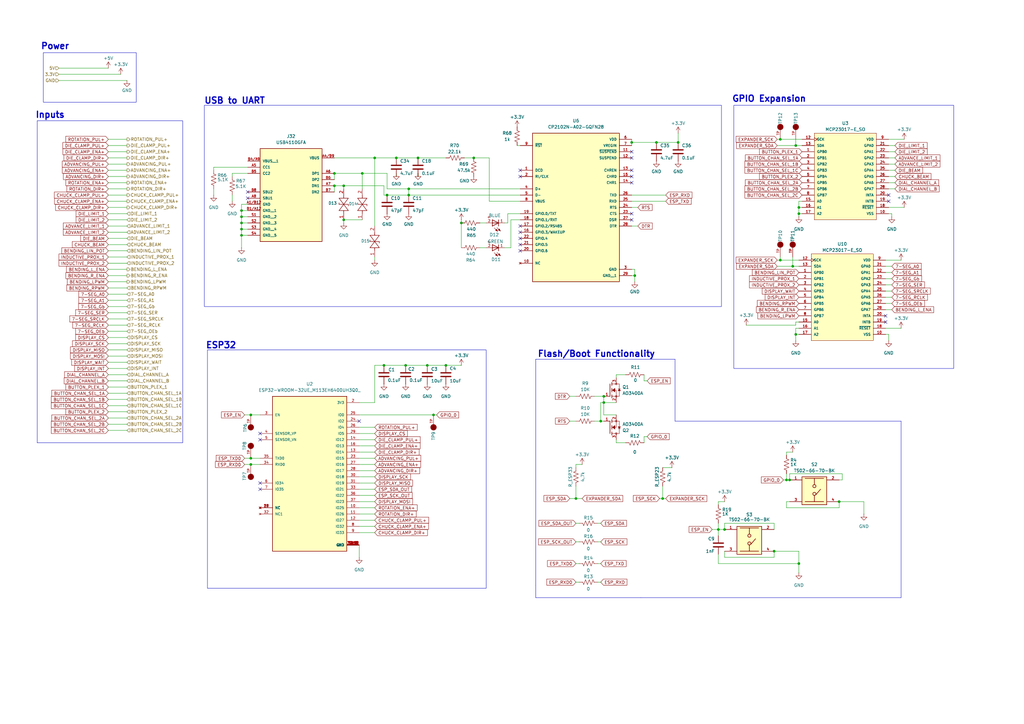
<source format=kicad_sch>
(kicad_sch (version 20231120) (generator "eeschema") (generator_version "8.0")
  (paper "A3")
  (junction (at 175.26 149.86))
  (junction (at 260.35 113.03))
  (junction (at 327.66 231.14))
  (junction (at 325.12 109.22))
  (junction (at 148.59 71.12))
  (junction (at 137.16 71.12))
  (junction (at 320.04 57.15))
  (junction (at 182.88 149.86))
  (junction (at 167.64 77.47))
  (junction (at 246.38 172.72))
  (junction (at 323.85 196.85))
  (junction (at 320.04 106.68))
  (junction (at 166.37 149.86))
  (junction (at 99.06 91.44))
  (junction (at 278.13 58.42))
  (junction (at 99.06 88.9))
  (junction (at 167.64 80.01))
  (junction (at 259.08 58.42))
  (junction (at 194.31 64.77))
  (junction (at 322.58 196.85))
  (junction (at 247.65 162.56))
  (junction (at 236.22 204.47))
  (junction (at 189.23 91.44))
  (junction (at 102.87 190.5))
  (junction (at 99.06 86.36))
  (junction (at 294.64 217.17))
  (junction (at 271.78 204.47))
  (junction (at 326.39 59.69))
  (junction (at 327.66 85.09))
  (junction (at 157.48 149.86))
  (junction (at 317.5 226.06))
  (junction (at 158.75 80.01))
  (junction (at 99.06 96.52))
  (junction (at 177.8 170.18))
  (junction (at 137.16 76.2))
  (junction (at 99.06 93.98))
  (junction (at 162.56 64.77))
  (junction (at 247.65 165.1))
  (junction (at 171.45 64.77))
  (junction (at 326.39 137.16))
  (junction (at 102.87 187.96))
  (junction (at 153.67 64.77))
  (junction (at 297.18 217.17))
  (junction (at 327.66 87.63))
  (junction (at 344.17 205.74))
  (junction (at 140.97 90.17))
  (junction (at 269.24 58.42))
  (junction (at 102.87 170.18))
  (junction (at 140.97 76.2))
  (no_connect (at 364.49 82.55))
  (no_connect (at 213.36 69.85))
  (no_connect (at 213.36 92.71))
  (no_connect (at 213.36 102.87))
  (no_connect (at 259.08 62.23))
  (no_connect (at 363.22 129.54))
  (no_connect (at 259.08 72.39))
  (no_connect (at 106.68 198.12))
  (no_connect (at 259.08 74.93))
  (no_connect (at 363.22 132.08))
  (no_connect (at 213.36 95.25))
  (no_connect (at 106.68 177.8))
  (no_connect (at 147.32 172.72))
  (no_connect (at 213.36 97.79))
  (no_connect (at 259.08 87.63))
  (no_connect (at 364.49 80.01))
  (no_connect (at 101.6 81.28))
  (no_connect (at 259.08 69.85))
  (no_connect (at 213.36 72.39))
  (no_connect (at 259.08 90.17))
  (no_connect (at 106.68 200.66))
  (no_connect (at 213.36 100.33))
  (no_connect (at 101.6 78.74))
  (no_connect (at 106.68 180.34))
  (no_connect (at 259.08 64.77))
  (wire (pts (xy 137.16 73.66) (xy 137.16 71.12)))
  (wire (pts (xy 264.16 156.21) (xy 264.16 153.67)))
  (wire (pts (xy 147.32 165.1) (xy 153.67 165.1)))
  (wire (pts (xy 364.49 137.16) (xy 363.22 137.16)))
  (wire (pts (xy 208.28 87.63) (xy 213.36 87.63)))
  (wire (pts (xy 297.18 228.6) (xy 317.5 228.6)))
  (wire (pts (xy 52.07 163.83) (xy 44.45 163.83)))
  (wire (pts (xy 147.32 215.9) (xy 153.67 215.9)))
  (wire (pts (xy 259.08 58.42) (xy 259.08 59.69)))
  (wire (pts (xy 367.03 74.93) (xy 364.49 74.93)))
  (wire (pts (xy 327.66 226.06) (xy 327.66 231.14)))
  (wire (pts (xy 148.59 71.12) (xy 158.75 71.12)))
  (wire (pts (xy 365.76 127) (xy 363.22 127)))
  (wire (pts (xy 318.77 106.68) (xy 320.04 106.68)))
  (wire (pts (xy 52.07 156.21) (xy 44.45 156.21)))
  (wire (pts (xy 147.32 213.36) (xy 153.67 213.36)))
  (wire (pts (xy 260.35 115.57) (xy 260.35 113.03)))
  (polyline (pts (xy 219.71 240.03) (xy 219.71 245.11)))
  (wire (pts (xy 87.63 77.47) (xy 87.63 80.01)))
  (wire (pts (xy 327.66 234.95) (xy 327.66 231.14)))
  (polyline (pts (xy 369.57 245.11) (xy 369.57 172.72)))
  (wire (pts (xy 237.49 222.25) (xy 236.22 222.25)))
  (wire (pts (xy 233.68 172.72) (xy 236.22 172.72)))
  (wire (pts (xy 147.32 198.12) (xy 153.67 198.12)))
  (wire (pts (xy 52.07 166.37) (xy 44.45 166.37)))
  (wire (pts (xy 236.22 190.5) (xy 236.22 191.77)))
  (wire (pts (xy 236.22 231.14) (xy 237.49 231.14)))
  (wire (pts (xy 52.07 102.87) (xy 44.45 102.87)))
  (wire (pts (xy 167.64 80.01) (xy 167.64 77.47)))
  (wire (pts (xy 52.07 113.03) (xy 44.45 113.03)))
  (wire (pts (xy 365.76 87.63) (xy 364.49 87.63)))
  (wire (pts (xy 365.76 109.22) (xy 363.22 109.22)))
  (wire (pts (xy 327.66 87.63) (xy 327.66 88.9)))
  (wire (pts (xy 345.44 194.31) (xy 345.44 196.85)))
  (polyline (pts (xy 219.71 245.11) (xy 262.89 245.11)))
  (wire (pts (xy 364.49 139.7) (xy 364.49 137.16)))
  (wire (pts (xy 327.66 85.09) (xy 328.93 85.09)))
  (wire (pts (xy 167.64 80.01) (xy 213.36 80.01)))
  (wire (pts (xy 100.33 170.18) (xy 102.87 170.18)))
  (wire (pts (xy 99.06 88.9) (xy 99.06 91.44)))
  (wire (pts (xy 24.13 30.48) (xy 49.53 30.48)))
  (wire (pts (xy 147.32 205.74) (xy 153.67 205.74)))
  (wire (pts (xy 137.16 71.12) (xy 148.59 71.12)))
  (wire (pts (xy 246.38 165.1) (xy 247.65 165.1)))
  (wire (pts (xy 100.33 187.96) (xy 102.87 187.96)))
  (wire (pts (xy 153.67 193.04) (xy 147.32 193.04)))
  (wire (pts (xy 212.09 59.69) (xy 213.36 59.69)))
  (wire (pts (xy 100.33 190.5) (xy 102.87 190.5)))
  (wire (pts (xy 326.39 133.35) (xy 326.39 132.08)))
  (wire (pts (xy 327.66 87.63) (xy 328.93 87.63)))
  (wire (pts (xy 252.73 181.61) (xy 256.54 181.61)))
  (wire (pts (xy 259.08 57.15) (xy 259.08 58.42)))
  (wire (pts (xy 246.38 172.72) (xy 247.65 172.72)))
  (wire (pts (xy 52.07 69.85) (xy 44.45 69.85)))
  (wire (pts (xy 318.77 57.15) (xy 320.04 57.15)))
  (polyline (pts (xy 219.71 147.32) (xy 276.86 147.32)))
  (wire (pts (xy 158.75 71.12) (xy 158.75 77.47)))
  (wire (pts (xy 137.16 64.77) (xy 153.67 64.77)))
  (wire (pts (xy 320.04 105.41) (xy 320.04 106.68)))
  (wire (pts (xy 52.07 77.47) (xy 44.45 77.47)))
  (wire (pts (xy 317.5 226.06) (xy 317.5 228.6)))
  (wire (pts (xy 243.84 172.72) (xy 246.38 172.72)))
  (wire (pts (xy 271.78 199.39) (xy 271.78 204.47)))
  (wire (pts (xy 252.73 153.67) (xy 256.54 153.67)))
  (wire (pts (xy 153.67 210.82) (xy 147.32 210.82)))
  (wire (pts (xy 294.64 214.63) (xy 294.64 217.17)))
  (wire (pts (xy 294.64 217.17) (xy 294.64 219.71)))
  (wire (pts (xy 167.64 77.47) (xy 213.36 77.47)))
  (wire (pts (xy 325.12 105.41) (xy 325.12 109.22)))
  (wire (pts (xy 157.48 149.86) (xy 166.37 149.86)))
  (wire (pts (xy 52.07 146.05) (xy 44.45 146.05)))
  (wire (pts (xy 297.18 214.63) (xy 317.5 214.63)))
  (wire (pts (xy 52.07 90.17) (xy 44.45 90.17)))
  (wire (pts (xy 52.07 100.33) (xy 44.45 100.33)))
  (wire (pts (xy 322.58 208.28) (xy 344.17 208.28)))
  (wire (pts (xy 292.1 217.17) (xy 294.64 217.17)))
  (wire (pts (xy 52.07 128.27) (xy 44.45 128.27)))
  (wire (pts (xy 354.33 205.74) (xy 354.33 210.82)))
  (wire (pts (xy 157.48 76.2) (xy 157.48 80.01)))
  (wire (pts (xy 365.76 124.46) (xy 363.22 124.46)))
  (wire (pts (xy 148.59 71.12) (xy 148.59 77.47)))
  (wire (pts (xy 137.16 76.2) (xy 140.97 76.2)))
  (wire (pts (xy 52.07 130.81) (xy 44.45 130.81)))
  (wire (pts (xy 162.56 71.12) (xy 162.56 72.39)))
  (wire (pts (xy 321.31 196.85) (xy 322.58 196.85)))
  (wire (pts (xy 101.6 91.44) (xy 99.06 91.44)))
  (wire (pts (xy 52.07 57.15) (xy 44.45 57.15)))
  (wire (pts (xy 52.07 140.97) (xy 44.45 140.97)))
  (wire (pts (xy 261.62 85.09) (xy 259.08 85.09)))
  (wire (pts (xy 294.64 231.14) (xy 327.66 231.14)))
  (wire (pts (xy 327.66 85.09) (xy 327.66 87.63)))
  (wire (pts (xy 52.07 92.71) (xy 44.45 92.71)))
  (polyline (pts (xy 276.86 172.72) (xy 369.57 172.72)))
  (wire (pts (xy 233.68 204.47) (xy 236.22 204.47)))
  (wire (pts (xy 323.85 194.31) (xy 345.44 194.31)))
  (wire (pts (xy 370.84 57.15) (xy 364.49 57.15)))
  (wire (pts (xy 246.38 231.14) (xy 245.11 231.14)))
  (wire (pts (xy 247.65 165.1) (xy 252.73 165.1)))
  (wire (pts (xy 238.76 190.5) (xy 236.22 190.5)))
  (wire (pts (xy 52.07 138.43) (xy 44.45 138.43)))
  (wire (pts (xy 367.03 77.47) (xy 364.49 77.47)))
  (wire (pts (xy 259.08 110.49) (xy 260.35 110.49)))
  (wire (pts (xy 369.57 106.68) (xy 363.22 106.68)))
  (wire (pts (xy 87.63 69.85) (xy 87.63 68.58)))
  (wire (pts (xy 233.68 162.56) (xy 236.22 162.56)))
  (wire (pts (xy 252.73 180.34) (xy 252.73 181.61)))
  (wire (pts (xy 294.64 207.01) (xy 294.64 205.74)))
  (wire (pts (xy 322.58 185.42) (xy 325.12 185.42)))
  (wire (pts (xy 52.07 95.25) (xy 44.45 95.25)))
  (wire (pts (xy 140.97 90.17) (xy 148.59 90.17)))
  (wire (pts (xy 236.22 204.47) (xy 238.76 204.47)))
  (wire (pts (xy 236.22 214.63) (xy 237.49 214.63)))
  (wire (pts (xy 153.67 182.88) (xy 147.32 182.88)))
  (polyline (pts (xy 276.86 147.32) (xy 276.86 172.72)))
  (wire (pts (xy 52.07 161.29) (xy 44.45 161.29)))
  (wire (pts (xy 52.07 97.79) (xy 44.45 97.79)))
  (wire (pts (xy 153.67 187.96) (xy 147.32 187.96)))
  (wire (pts (xy 208.28 91.44) (xy 208.28 87.63)))
  (wire (pts (xy 370.84 85.09) (xy 364.49 85.09)))
  (wire (pts (xy 52.07 171.45) (xy 44.45 171.45)))
  (wire (pts (xy 52.07 133.35) (xy 44.45 133.35)))
  (wire (pts (xy 147.32 170.18) (xy 177.8 170.18)))
  (wire (pts (xy 246.38 172.72) (xy 246.38 165.1)))
  (wire (pts (xy 102.87 187.96) (xy 106.68 187.96)))
  (wire (pts (xy 52.07 168.91) (xy 44.45 168.91)))
  (wire (pts (xy 101.6 86.36) (xy 99.06 86.36)))
  (wire (pts (xy 52.07 82.55) (xy 44.45 82.55)))
  (wire (pts (xy 270.51 204.47) (xy 271.78 204.47)))
  (wire (pts (xy 52.07 72.39) (xy 44.45 72.39)))
  (wire (pts (xy 189.23 91.44) (xy 189.23 101.6)))
  (wire (pts (xy 52.07 85.09) (xy 44.45 85.09)))
  (wire (pts (xy 367.03 72.39) (xy 364.49 72.39)))
  (wire (pts (xy 294.64 205.74) (xy 297.18 205.74)))
  (wire (pts (xy 365.76 116.84) (xy 363.22 116.84)))
  (wire (pts (xy 95.25 80.01) (xy 95.25 82.55)))
  (wire (pts (xy 157.48 80.01) (xy 158.75 80.01)))
  (wire (pts (xy 102.87 190.5) (xy 106.68 190.5)))
  (wire (pts (xy 264.16 156.21) (xy 265.43 156.21)))
  (wire (pts (xy 252.73 154.94) (xy 252.73 153.67)))
  (wire (pts (xy 52.07 64.77) (xy 44.45 64.77)))
  (wire (pts (xy 365.76 111.76) (xy 363.22 111.76)))
  (wire (pts (xy 322.58 185.42) (xy 322.58 186.69)))
  (wire (pts (xy 318.77 109.22) (xy 325.12 109.22)))
  (wire (pts (xy 153.67 165.1) (xy 153.67 149.86)))
  (wire (pts (xy 52.07 110.49) (xy 44.45 110.49)))
  (wire (pts (xy 326.39 137.16) (xy 326.39 139.7)))
  (wire (pts (xy 259.08 58.42) (xy 269.24 58.42)))
  (wire (pts (xy 158.75 80.01) (xy 167.64 80.01)))
  (wire (pts (xy 367.03 59.69) (xy 364.49 59.69)))
  (wire (pts (xy 99.06 93.98) (xy 99.06 96.52)))
  (wire (pts (xy 306.07 133.35) (xy 326.39 133.35)))
  (wire (pts (xy 101.6 83.82) (xy 99.06 83.82)))
  (wire (pts (xy 182.88 149.86) (xy 189.23 149.86)))
  (wire (pts (xy 166.37 149.86) (xy 175.26 149.86)))
  (wire (pts (xy 247.65 165.1) (xy 247.65 170.18)))
  (wire (pts (xy 247.65 162.56) (xy 247.65 165.1)))
  (wire (pts (xy 52.07 80.01) (xy 44.45 80.01)))
  (wire (pts (xy 322.58 194.31) (xy 322.58 196.85)))
  (wire (pts (xy 52.07 153.67) (xy 44.45 153.67)))
  (wire (pts (xy 140.97 76.2) (xy 157.48 76.2)))
  (wire (pts (xy 52.07 62.23) (xy 44.45 62.23)))
  (wire (pts (xy 177.8 170.18) (xy 179.07 170.18)))
  (wire (pts (xy 52.07 125.73) (xy 44.45 125.73)))
  (wire (pts (xy 171.45 64.77) (xy 182.88 64.77)))
  (wire (pts (xy 200.66 64.77) (xy 200.66 82.55)))
  (wire (pts (xy 246.38 238.76) (xy 245.11 238.76)))
  (wire (pts (xy 365.76 119.38) (xy 363.22 119.38)))
  (wire (pts (xy 317.5 217.17) (xy 317.5 214.63)))
  (wire (pts (xy 137.16 76.2) (xy 137.16 78.74)))
  (wire (pts (xy 140.97 76.2) (xy 140.97 77.47)))
  (wire (pts (xy 52.07 107.95) (xy 44.45 107.95)))
  (wire (pts (xy 147.32 175.26) (xy 153.67 175.26)))
  (wire (pts (xy 52.07 176.53) (xy 44.45 176.53)))
  (wire (pts (xy 236.22 199.39) (xy 236.22 204.47)))
  (wire (pts (xy 344.17 208.28) (xy 344.17 205.74)))
  (wire (pts (xy 52.07 118.11) (xy 44.45 118.11)))
  (wire (pts (xy 367.03 67.31) (xy 364.49 67.31)))
  (wire (pts (xy 247.65 170.18) (xy 252.73 170.18)))
  (wire (pts (xy 52.07 120.65) (xy 44.45 120.65)))
  (wire (pts (xy 327.66 82.55) (xy 327.66 85.09)))
  (wire (pts (xy 322.58 196.85) (xy 323.85 196.85)))
  (wire (pts (xy 297.18 214.63) (xy 297.18 217.17)))
  (wire (pts (xy 323.85 205.74) (xy 322.58 205.74)))
  (wire (pts (xy 147.32 228.6) (xy 147.32 223.52)))
  (wire (pts (xy 278.13 54.61) (xy 278.13 58.42)))
  (wire (pts (xy 153.67 203.2) (xy 147.32 203.2)))
  (wire (pts (xy 246.38 222.25) (xy 245.11 222.25)))
  (wire (pts (xy 326.39 137.16) (xy 327.66 137.16)))
  (wire (pts (xy 52.07 123.19) (xy 44.45 123.19)))
  (wire (pts (xy 171.45 71.12) (xy 171.45 72.39)))
  (wire (pts (xy 326.39 134.62) (xy 326.39 137.16)))
  (wire (pts (xy 246.38 214.63) (xy 245.11 214.63)))
  (wire (pts (xy 260.35 113.03) (xy 259.08 113.03)))
  (wire (pts (xy 102.87 170.18) (xy 106.68 170.18)))
  (wire (pts (xy 140.97 90.17) (xy 140.97 91.44)))
  (wire (pts (xy 365.76 114.3) (xy 363.22 114.3)))
  (wire (pts (xy 52.07 105.41) (xy 44.45 105.41)))
  (wire (pts (xy 365.76 121.92) (xy 363.22 121.92)))
  (wire (pts (xy 367.03 64.77) (xy 364.49 64.77)))
  (wire (pts (xy 153.67 64.77) (xy 153.67 92.71)))
  (wire (pts (xy 147.32 200.66) (xy 153.67 200.66)))
  (wire (pts (xy 52.07 67.31) (xy 44.45 67.31)))
  (wire (pts (xy 322.58 205.74) (xy 322.58 208.28)))
  (wire (pts (xy 326.39 59.69) (xy 328.93 59.69)))
  (wire (pts (xy 153.67 180.34) (xy 147.32 180.34)))
  (wire (pts (xy 365.76 88.9) (xy 365.76 87.63)))
  (wire (pts (xy 52.07 148.59) (xy 44.45 148.59)))
  (wire (pts (xy 99.06 96.52) (xy 99.06 101.6)))
  (wire (pts (xy 264.16 179.07) (xy 265.43 179.07)))
  (wire (pts (xy 87.63 68.58) (xy 101.6 68.58)))
  (wire (pts (xy 99.06 83.82) (xy 99.06 86.36)))
  (wire (pts (xy 52.07 59.69) (xy 44.45 59.69)))
  (wire (pts (xy 153.67 185.42) (xy 147.32 185.42)))
  (wire (pts (xy 320.04 57.15) (xy 328.93 57.15)))
  (wire (pts (xy 269.24 58.42) (xy 278.13 58.42)))
  (wire (pts (xy 52.07 87.63) (xy 44.45 87.63)))
  (wire (pts (xy 101.6 71.12) (xy 95.25 71.12)))
  (wire (pts (xy 259.08 82.55) (xy 273.05 82.55)))
  (wire (pts (xy 158.75 77.47) (xy 167.64 77.47)))
  (wire (pts (xy 320.04 106.68) (xy 327.66 106.68)))
  (wire (pts (xy 318.77 59.69) (xy 326.39 59.69)))
  (wire (pts (xy 367.03 69.85) (xy 364.49 69.85)))
  (wire (pts (xy 327.66 82.55) (xy 328.93 82.55)))
  (wire (pts (xy 199.39 101.6) (xy 196.85 101.6)))
  (wire (pts (xy 271.78 204.47) (xy 273.05 204.47)))
  (wire (pts (xy 153.67 105.41) (xy 153.67 106.68)))
  (wire (pts (xy 237.49 238.76) (xy 236.22 238.76)))
  (wire (pts (xy 243.84 162.56) (xy 247.65 162.56)))
  (wire (pts (xy 153.67 190.5) (xy 147.32 190.5)))
  (polyline (pts (xy 219.71 147.32) (xy 219.71 240.03)))
  (wire (pts (xy 153.67 149.86) (xy 157.48 149.86)))
  (wire (pts (xy 99.06 96.52) (xy 101.6 96.52)))
  (wire (pts (xy 297.18 226.06) (xy 297.18 228.6)))
  (wire (pts (xy 326.39 134.62) (xy 327.66 134.62)))
  (wire (pts (xy 344.17 205.74) (xy 354.33 205.74)))
  (wire (pts (xy 209.55 90.17) (xy 209.55 101.6)))
  (wire (pts (xy 369.57 134.62) (xy 363.22 134.62)))
  (wire (pts (xy 147.32 218.44) (xy 153.67 218.44)))
  (wire (pts (xy 52.07 151.13) (xy 44.45 151.13)))
  (wire (pts (xy 52.07 143.51) (xy 44.45 143.51)))
  (wire (pts (xy 259.08 80.01) (xy 273.05 80.01)))
  (wire (pts (xy 199.39 91.44) (xy 196.85 91.44)))
  (wire (pts (xy 99.06 91.44) (xy 99.06 93.98)))
  (wire (pts (xy 194.31 64.77) (xy 200.66 64.77)))
  (wire (pts (xy 271.78 191.77) (xy 275.59 191.77)))
  (wire (pts (xy 213.36 90.17) (xy 209.55 90.17)))
  (wire (pts (xy 189.23 90.17) (xy 189.23 91.44)))
  (wire (pts (xy 323.85 196.85) (xy 323.85 194.31)))
  (wire (pts (xy 294.64 227.33) (xy 294.64 231.14)))
  (wire (pts (xy 99.06 86.36) (xy 99.06 88.9)))
  (wire (pts (xy 367.03 62.23) (xy 364.49 62.23)))
  (wire (pts (xy 264.16 179.07) (xy 264.16 181.61)))
  (wire (pts (xy 147.32 195.58) (xy 153.67 195.58)))
  (wire (pts (xy 294.64 217.17) (xy 297.18 217.17)))
  (wire (pts (xy 101.6 93.98) (xy 99.06 93.98)))
  (wire (pts (xy 207.01 91.44) (xy 208.28 91.44)))
  (wire (pts (xy 24.13 33.02) (xy 52.07 33.02)))
  (wire (pts (xy 326.39 57.15) (xy 326.39 59.69)))
  (wire (pts (xy 52.07 74.93) (xy 44.45 74.93)))
  (wire (pts (xy 326.39 132.08) (xy 327.66 132.08)))
  (wire (pts (xy 95.25 71.12) (xy 95.25 72.39)))
  (wire (pts (xy 182.88 149.86) (xy 175.26 149.86)))
  (wire (pts (xy 207.01 101.6) (xy 209.55 101.6)))
  (wire (pts (xy 260.35 110.49) (xy 260.35 113.03)))
  (wire (pts (xy 162.56 64.77) (xy 171.45 64.77)))
  (wire (pts (xy 101.6 88.9) (xy 99.06 88.9)))
  (wire (pts (xy 261.62 92.71) (xy 259.08 92.71)))
  (wire (pts (xy 153.67 64.77) (xy 162.56 64.77)))
  (wire (pts (xy 317.5 226.06) (xy 327.66 226.06)))
  (wire (pts (xy 190.5 64.77) (xy 194.31 64.77)))
  (wire (pts (xy 344.17 196.85) (xy 345.44 196.85)))
  (wire (pts (xy 200.66 82.55) (xy 213.36 82.55)))
  (wire (pts (xy 52.07 173.99) (xy 44.45 173.99)))
  (wire (pts (xy 147.32 177.8) (xy 153.67 177.8)))
  (wire (pts (xy 325.12 109.22) (xy 327.66 109.22)))
  (polyline (pts (xy 262.89 245.11) (xy 369.57 245.11)))
  (wire (pts (xy 153.67 208.28) (xy 147.32 208.28)))
  (wire (pts (xy 24.13 27.94) (xy 44.45 27.94)))
  (wire (pts (xy 52.07 158.75) (xy 44.45 158.75)))
  (wire (pts (xy 52.07 115.57) (xy 44.45 115.57)))
  (wire (pts (xy 52.07 135.89) (xy 44.45 135.89)))
  (rectangle (start 83.82 43.18) (end 295.91 125.73))
  (rectangle (start 17.78 21.59) (end 55.88 41.91))
  (rectangle (start 15.24 49.53) (end 74.93 181.61))
  (rectangle (start 300.99 43.18) (end 391.16 151.13))
  (rectangle (start 85.09 143.51) (end 199.39 241.3))
  (text "USB to UART" (at 96.266 41.402 0) (effects (font (size 2.54 2.54) (thickness 0.508) (bold yes))))
  (text "GPIO Expansion" (at 315.468 40.64 0) (effects (font (size 2.54 2.54) (thickness 0.508) (bold yes))))
  (text "Inputs" (at 20.574 47.244 0) (effects (font (size 2.54 2.54) (thickness 0.508) (bold yes))))
  (text "ESP32" (at 90.678 141.732 0) (effects (font (size 2.54 2.54) (thickness 0.508) (bold yes))))
  (text "Power" (at 22.606 19.05 0) (effects (font (size 2.54 2.54) (thickness 0.508) (bold yes))))
  (text "Flash/Boot Functionality" (at 244.602 145.288 0) (effects (font (size 2.54 2.54) (thickness 0.508) (bold yes))))
  (global_label "7-SEG_OEb" (shape input) (at 44.45 135.89 180) (property "Intersheetrefs" "${INTERSHEET_REFS}" (effects (hide yes))))
  (global_label "DIE_BEAM" (shape input) (at 44.45 97.79 180) (property "Intersheetrefs" "${INTERSHEET_REFS}" (effects (hide yes))))
  (global_label "ESP_SCK" (shape input) (at 270.51 204.47 180) (property "Intersheetrefs" "${INTERSHEET_REFS}" (effects (hide yes))))
  (global_label "CHUCK_CLAMP_PUL+" (shape input) (at 44.45 80.01 180) (property "Intersheetrefs" "${INTERSHEET_REFS}" (effects (hide yes))))
  (global_label "BENDING_RPWM" (shape input) (at 327.66 124.46 180) (property "Intersheetrefs" "${INTERSHEET_REFS}" (effects (hide yes))))
  (global_label "ESP_TXD0" (shape input) (at 236.22 231.14 180) (property "Intersheetrefs" "${INTERSHEET_REFS}" (effects (hide yes))))
  (global_label "ROTATION_ENA+" (shape input) (at 44.45 74.93 180) (property "Intersheetrefs" "${INTERSHEET_REFS}" (effects (hide yes))))
  (global_label "BUTTON_PLEX_2" (shape input) (at 44.45 168.91 180) (property "Intersheetrefs" "${INTERSHEET_REFS}" (effects (hide yes))))
  (global_label "DISPLAY_WAIT" (shape input) (at 44.45 148.59 180) (property "Intersheetrefs" "${INTERSHEET_REFS}" (effects (hide yes))))
  (global_label "EXPANDER_SDA" (shape input) (at 238.76 204.47 0) (property "Intersheetrefs" "${INTERSHEET_REFS}" (effects (hide yes))))
  (global_label "ESP_TXD" (shape input) (at 246.38 231.14 0) (property "Intersheetrefs" "${INTERSHEET_REFS}" (effects (hide yes))))
  (global_label "INDUCTIVE_PROX_1" (shape input) (at 44.45 105.41 180) (property "Intersheetrefs" "${INTERSHEET_REFS}" (effects (hide yes))))
  (global_label "INDUCTIVE_PROX_1" (shape input) (at 327.66 114.3 180) (property "Intersheetrefs" "${INTERSHEET_REFS}" (effects (hide yes))))
  (global_label "INDUCTIVE_PROX_2" (shape input) (at 44.45 107.95 180) (property "Intersheetrefs" "${INTERSHEET_REFS}" (effects (hide yes))))
  (global_label "ESP_RXD" (shape input) (at 246.38 238.76 0) (property "Intersheetrefs" "${INTERSHEET_REFS}" (effects (hide yes))))
  (global_label "DIE_CLAMP_PUL+" (shape input) (at 44.45 59.69 180) (property "Intersheetrefs" "${INTERSHEET_REFS}" (effects (hide yes))))
  (global_label "DIE_LIMIT_2" (shape input) (at 367.03 62.23 0) (property "Intersheetrefs" "${INTERSHEET_REFS}" (effects (hide yes))))
  (global_label "BENDING_RPWM" (shape input) (at 44.45 118.11 180) (property "Intersheetrefs" "${INTERSHEET_REFS}" (effects (hide yes))))
  (global_label "ROTATION_DIR+" (shape input) (at 44.45 77.47 180) (property "Intersheetrefs" "${INTERSHEET_REFS}" (effects (hide yes))))
  (global_label "DIE_LIMIT_1" (shape input) (at 367.03 59.69 0) (property "Intersheetrefs" "${INTERSHEET_REFS}" (effects (hide yes))))
  (global_label "BUTTON_CHAN_SEL_2C" (shape input) (at 328.93 80.01 180) (property "Intersheetrefs" "${INTERSHEET_REFS}" (effects (hide yes))))
  (global_label "7-SEG_Gb" (shape input) (at 365.76 114.3 0) (property "Intersheetrefs" "${INTERSHEET_REFS}" (effects (hide yes))))
  (global_label "BUTTON_CHAN_SEL_2C" (shape input) (at 44.45 176.53 180) (property "Intersheetrefs" "${INTERSHEET_REFS}" (effects (hide yes))))
  (global_label "DISPLAY_MISO" (shape input) (at 44.45 143.51 180) (property "Intersheetrefs" "${INTERSHEET_REFS}" (effects (hide yes))))
  (global_label "ESP_RXD0" (shape input) (at 236.22 238.76 180) (property "Intersheetrefs" "${INTERSHEET_REFS}" (effects (hide yes))))
  (global_label "ADVANCING_PUL+" (shape input) (at 44.45 67.31 180) (property "Intersheetrefs" "${INTERSHEET_REFS}" (effects (hide yes))))
  (global_label "ROTATION_PUL+" (shape input) (at 44.45 57.15 180) (property "Intersheetrefs" "${INTERSHEET_REFS}" (effects (hide yes))))
  (global_label "CHUCK_CLAMP_PUL+" (shape input) (at 153.67 213.36 0) (property "Intersheetrefs" "${INTERSHEET_REFS}" (effects (hide yes))))
  (global_label "DISPLAY_MISO" (shape input) (at 153.67 198.12 0) (property "Intersheetrefs" "${INTERSHEET_REFS}" (effects (hide yes))))
  (global_label "GPIO_0" (shape input) (at 179.07 170.18 0) (property "Intersheetrefs" "${INTERSHEET_REFS}" (effects (hide yes))))
  (global_label "DIAL_CHANNEL_A" (shape input) (at 367.03 74.93 0) (property "Intersheetrefs" "${INTERSHEET_REFS}" (effects (hide yes))))
  (global_label "BUTTON_PLEX_1" (shape input) (at 44.45 158.75 180) (property "Intersheetrefs" "${INTERSHEET_REFS}" (effects (hide yes))))
  (global_label "DIE_CLAMP_DIR+" (shape input) (at 44.45 64.77 180) (property "Intersheetrefs" "${INTERSHEET_REFS}" (effects (hide yes))))
  (global_label "7-SEG_SER" (shape input) (at 44.45 128.27 180) (property "Intersheetrefs" "${INTERSHEET_REFS}" (effects (hide yes))))
  (global_label "ADVANCING_PUL+" (shape input) (at 153.67 187.96 0) (property "Intersheetrefs" "${INTERSHEET_REFS}" (effects (hide yes))))
  (global_label "BENDING_LIN_POT" (shape input) (at 44.45 102.87 180) (property "Intersheetrefs" "${INTERSHEET_REFS}" (effects (hide yes))))
  (global_label "ADVANCING_DIR+" (shape input) (at 153.67 193.04 0) (property "Intersheetrefs" "${INTERSHEET_REFS}" (effects (hide yes))))
  (global_label "BUTTON_CHAN_SEL_2A" (shape input) (at 328.93 74.93 180) (property "Intersheetrefs" "${INTERSHEET_REFS}" (effects (hide yes))))
  (global_label "7-SEG_SRCLK" (shape input) (at 44.45 130.81 180) (property "Intersheetrefs" "${INTERSHEET_REFS}" (effects (hide yes))))
  (global_label "ESP_SDA" (shape input) (at 233.68 204.47 180) (property "Intersheetrefs" "${INTERSHEET_REFS}" (effects (hide yes))))
  (global_label "ESP_SDA" (shape input) (at 246.38 214.63 0) (property "Intersheetrefs" "${INTERSHEET_REFS}" (effects (hide yes))))
  (global_label "DIE_CLAMP_DIR+" (shape input) (at 153.67 185.42 0) (property "Intersheetrefs" "${INTERSHEET_REFS}" (effects (hide yes))))
  (global_label "DIE_BEAM" (shape input) (at 367.03 69.85 0) (property "Intersheetrefs" "${INTERSHEET_REFS}" (effects (hide yes))))
  (global_label "ROTATION_DIR+" (shape input) (at 153.67 210.82 0) (property "Intersheetrefs" "${INTERSHEET_REFS}" (effects (hide yes))))
  (global_label "BUTTON_CHAN_SEL_2A" (shape input) (at 44.45 171.45 180) (property "Intersheetrefs" "${INTERSHEET_REFS}" (effects (hide yes))))
  (global_label "7-SEG_Gb" (shape input) (at 44.45 125.73 180) (property "Intersheetrefs" "${INTERSHEET_REFS}" (effects (hide yes))))
  (global_label "BUTTON_PLEX_1" (shape input) (at 328.93 62.23 180) (property "Intersheetrefs" "${INTERSHEET_REFS}" (effects (hide yes))))
  (global_label "ESP_EN" (shape input) (at 292.1 217.17 180) (property "Intersheetrefs" "${INTERSHEET_REFS}" (effects (hide yes))))
  (global_label "DTR" (shape input) (at 261.62 92.71 0) (property "Intersheetrefs" "${INTERSHEET_REFS}" (effects (hide yes))))
  (global_label "EXPANDER_SCK" (shape input) (at 318.77 106.68 180) (property "Intersheetrefs" "${INTERSHEET_REFS}" (effects (hide yes))))
  (global_label "BENDING_L_ENA" (shape input) (at 365.76 127 0) (property "Intersheetrefs" "${INTERSHEET_REFS}" (effects (hide yes))))
  (global_label "BENDING_L_ENA" (shape input) (at 44.45 110.49 180) (property "Intersheetrefs" "${INTERSHEET_REFS}" (effects (hide yes))))
  (global_label "DISPLAY_SCK" (shape input) (at 153.67 195.58 0) (property "Intersheetrefs" "${INTERSHEET_REFS}" (effects (hide yes))))
  (global_label "DISPLAY_MOSI" (shape input) (at 153.67 205.74 0) (property "Intersheetrefs" "${INTERSHEET_REFS}" (effects (hide yes))))
  (global_label "ADVANCING_ENA+" (shape input) (at 153.67 190.5 0) (property "Intersheetrefs" "${INTERSHEET_REFS}" (effects (hide yes))))
  (global_label "7-SEG_A1" (shape input) (at 44.45 123.19 180) (property "Intersheetrefs" "${INTERSHEET_REFS}" (effects (hide yes))))
  (global_label "INDUCTIVE_PROX_2" (shape input) (at 327.66 116.84 180) (property "Intersheetrefs" "${INTERSHEET_REFS}" (effects (hide yes))))
  (global_label "BUTTON_CHAN_SEL_2B" (shape input) (at 44.45 173.99 180) (property "Intersheetrefs" "${INTERSHEET_REFS}" (effects (hide yes))))
  (global_label "BUTTON_CHAN_SEL_1C" (shape input) (at 328.93 69.85 180) (property "Intersheetrefs" "${INTERSHEET_REFS}" (effects (hide yes))))
  (global_label "DISPLAY_INT" (shape input) (at 327.66 121.92 180) (property "Intersheetrefs" "${INTERSHEET_REFS}" (effects (hide yes))))
  (global_label "ADVANCING_ENA+" (shape input) (at 44.45 69.85 180) (property "Intersheetrefs" "${INTERSHEET_REFS}" (effects (hide yes))))
  (global_label "EXPANDER_SCK" (shape input) (at 318.77 57.15 180) (property "Intersheetrefs" "${INTERSHEET_REFS}" (effects (hide yes))))
  (global_label "DISPLAY_CS" (shape input) (at 44.45 138.43 180) (property "Intersheetrefs" "${INTERSHEET_REFS}" (effects (hide yes))))
  (global_label "ADVANCING_DIR+" (shape input) (at 44.45 72.39 180) (property "Intersheetrefs" "${INTERSHEET_REFS}" (effects (hide yes))))
  (global_label "BUTTON_CHAN_SEL_1A" (shape input) (at 328.93 64.77 180) (property "Intersheetrefs" "${INTERSHEET_REFS}" (effects (hide yes))))
  (global_label "EXPANDER_SCK" (shape input) (at 273.05 204.47 0) (property "Intersheetrefs" "${INTERSHEET_REFS}" (effects (hide yes))))
  (global_label "ESP_SDA_OUT" (shape input) (at 236.22 214.63 180) (property "Intersheetrefs" "${INTERSHEET_REFS}" (effects (hide yes))))
  (global_label "DISPLAY_SCK" (shape input) (at 44.45 140.97 180) (property "Intersheetrefs" "${INTERSHEET_REFS}" (effects (hide yes))))
  (global_label "DIAL_CHANNEL_A" (shape input) (at 44.45 153.67 180) (property "Intersheetrefs" "${INTERSHEET_REFS}" (effects (hide yes))))
  (global_label "BENDING_LPWM" (shape input) (at 44.45 115.57 180) (property "Intersheetrefs" "${INTERSHEET_REFS}" (effects (hide yes))))
  (global_label "CHUCK_BEAM" (shape input) (at 44.45 100.33 180) (property "Intersheetrefs" "${INTERSHEET_REFS}" (effects (hide yes))))
  (global_label "ESP_RXD" (shape input) (at 273.05 80.01 0) (property "Intersheetrefs" "${INTERSHEET_REFS}" (effects (hide yes))))
  (global_label "DIAL_CHANNEL_B" (shape input) (at 367.03 77.47 0) (property "Intersheetrefs" "${INTERSHEET_REFS}" (effects (hide yes))))
  (global_label "ROTATION_ENA+" (shape input) (at 153.67 208.28 0) (property "Intersheetrefs" "${INTERSHEET_REFS}" (effects (hide yes))))
  (global_label "DIE_CLAMP_ENA+" (shape input) (at 153.67 182.88 0) (property "Intersheetrefs" "${INTERSHEET_REFS}" (effects (hide yes))))
  (global_label "7-SEG_A0" (shape input) (at 365.76 109.22 0) (property "Intersheetrefs" "${INTERSHEET_REFS}" (effects (hide yes))))
  (global_label "7-SEG_OEb" (shape input) (at 365.76 124.46 0) (property "Intersheetrefs" "${INTERSHEET_REFS}" (effects (hide yes))))
  (global_label "BUTTON_PLEX_2" (shape input) (at 328.93 72.39 180) (property "Intersheetrefs" "${INTERSHEET_REFS}" (effects (hide yes))))
  (global_label "7-SEG_A0" (shape input) (at 44.45 120.65 180) (property "Intersheetrefs" "${INTERSHEET_REFS}" (effects (hide yes))))
  (global_label "ESP_TXD" (shape input) (at 273.05 82.55 0) (property "Intersheetrefs" "${INTERSHEET_REFS}" (effects (hide yes))))
  (global_label "ADVANCE_LIMIT_1" (shape input) (at 367.03 64.77 0) (property "Intersheetrefs" "${INTERSHEET_REFS}" (effects (hide yes))))
  (global_label "DTR" (shape input) (at 233.68 162.56 180) (property "Intersheetrefs" "${INTERSHEET_REFS}" (effects (hide yes))))
  (global_label "7-SEG_RCLK" (shape input) (at 44.45 133.35 180) (property "Intersheetrefs" "${INTERSHEET_REFS}" (effects (hide yes))))
  (global_label "CHUCK_CLAMP_DIR+" (shape input) (at 44.45 85.09 180) (property "Intersheetrefs" "${INTERSHEET_REFS}" (effects (hide yes))))
  (global_label "ADVANCE_LIMIT_2" (shape input) (at 44.45 95.25 180) (property "Intersheetrefs" "${INTERSHEET_REFS}" (effects (hide yes))))
  (global_label "7-SEG_SER" (shape input) (at 365.76 116.84 0) (property "Intersheetrefs" "${INTERSHEET_REFS}" (effects (hide yes))))
  (global_label "ESP_SCK_OUT" (shape input) (at 153.67 203.2 0) (property "Intersheetrefs" "${INTERSHEET_REFS}" (effects (hide yes))))
  (global_label "BUTTON_CHAN_SEL_1B" (shape input) (at 328.93 67.31 180) (property "Intersheetrefs" "${INTERSHEET_REFS}" (effects (hide yes))))
  (global_label "ESP_EN" (shape input) (at 265.43 156.21 0) (property "Intersheetrefs" "${INTERSHEET_REFS}" (effects (hide yes))))
  (global_label "DISPLAY_INT" (shape input) (at 44.45 151.13 180) (property "Intersheetrefs" "${INTERSHEET_REFS}" (effects (hide yes))))
  (global_label "DIE_CLAMP_PUL+" (shape input) (at 153.67 180.34 0) (property "Intersheetrefs" "${INTERSHEET_REFS}" (effects (hide yes))))
  (global_label "ESP_SCK" (shape input) (at 246.38 222.25 0) (property "Intersheetrefs" "${INTERSHEET_REFS}" (effects (hide yes))))
  (global_label "ESP_SCK_OUT" (shape input) (at 236.22 222.25 180) (property "Intersheetrefs" "${INTERSHEET_REFS}" (effects (hide yes))))
  (global_label "EXPANDER_SDA" (shape input) (at 318.77 109.22 180) (property "Intersheetrefs" "${INTERSHEET_REFS}" (effects (hide yes))))
  (global_label "ESP_RXD0" (shape input) (at 100.33 190.5 180) (property "Intersheetrefs" "${INTERSHEET_REFS}" (effects (hide yes))))
  (global_label "CHUCK_CLAMP_ENA+" (shape input) (at 153.67 215.9 0) (property "Intersheetrefs" "${INTERSHEET_REFS}" (effects (hide yes))))
  (global_label "RTS" (shape input) (at 261.62 85.09 0) (property "Intersheetrefs" "${INTERSHEET_REFS}" (effects (hide yes))))
  (global_label "BUTTON_CHAN_SEL_2B" (shape input) (at 328.93 77.47 180) (property "Intersheetrefs" "${INTERSHEET_REFS}" (effects (hide yes))))
  (global_label "ADVANCE_LIMIT_2" (shape input) (at 367.03 67.31 0) (property "Intersheetrefs" "${INTERSHEET_REFS}" (effects (hide yes))))
  (global_label "7-SEG_RCLK" (shape input) (at 365.76 121.92 0) (property "Intersheetrefs" "${INTERSHEET_REFS}" (effects (hide yes))))
  (global_label "ESP_EN" (shape input) (at 100.33 170.18 180) (property "Intersheetrefs" "${INTERSHEET_REFS}" (effects (hide yes))))
  (global_label "DIAL_CHANNEL_B" (shape input) (at 44.45 156.21 180) (property "Intersheetrefs" "${INTERSHEET_REFS}" (effects (hide yes))))
  (global_label "ADVANCE_LIMIT_1" (shape input) (at 44.45 92.71 180) (property "Intersheetrefs" "${INTERSHEET_REFS}" (effects (hide yes))))
  (global_label "EXPANDER_SDA" (shape input) (at 318.77 59.69 180) (property "Intersheetrefs" "${INTERSHEET_REFS}" (effects (hide yes))))
  (global_label "DISPLAY_CS" (shape input) (at 153.67 177.8 0) (property "Intersheetrefs" "${INTERSHEET_REFS}" (effects (hide yes))))
  (global_label "BUTTON_CHAN_SEL_1C" (shape input) (at 44.45 166.37 180) (property "Intersheetrefs" "${INTERSHEET_REFS}" (effects (hide yes))))
  (global_label "BENDING_R_ENA" (shape input) (at 327.66 127 180) (property "Intersheetrefs" "${INTERSHEET_REFS}" (effects (hide yes))))
  (global_label "BENDING_LIN_POT" (shape input) (at 327.66 111.76 180) (property "Intersheetrefs" "${INTERSHEET_REFS}" (effects (hide yes))))
  (global_label "DISPLAY_WAIT" (shape input) (at 327.66 119.38 180) (property "Intersheetrefs" "${INTERSHEET_REFS}" (effects (hide yes))))
  (global_label "CHUCK_CLAMP_DIR+" (shape input) (at 153.67 218.44 0) (property "Intersheetrefs" "${INTERSHEET_REFS}" (effects (hide yes))))
  (global_label "GPIO_0" (shape input) (at 321.31 196.85 180) (property "Intersheetrefs" "${INTERSHEET_REFS}" (effects (hide yes))))
  (global_label "CHUCK_BEAM" (shape input) (at 367.03 72.39 0) (property "Intersheetrefs" "${INTERSHEET_REFS}" (effects (hide yes))))
  (global_label "7-SEG_A1" (shape input) (at 365.76 111.76 0) (property "Intersheetrefs" "${INTERSHEET_REFS}" (effects (hide yes))))
  (global_label "ROTATION_PUL+" (shape input) (at 153.67 175.26 0) (property "Intersheetrefs" "${INTERSHEET_REFS}" (effects (hide yes))))
  (global_label "CHUCK_CLAMP_ENA+" (shape input) (at 44.45 82.55 180) (property "Intersheetrefs" "${INTERSHEET_REFS}" (effects (hide yes))))
  (global_label "BENDING_LPWM" (shape input) (at 327.66 129.54 180) (property "Intersheetrefs" "${INTERSHEET_REFS}" (effects (hide yes))))
  (global_label "BENDING_R_ENA" (shape input) (at 44.45 113.03 180) (property "Intersheetrefs" "${INTERSHEET_REFS}" (effects (hide yes))))
  (global_label "ESP_TXD0" (shape input) (at 100.33 187.96 180) (property "Intersheetrefs" "${INTERSHEET_REFS}" (effects (hide yes))))
  (global_label "DISPLAY_MOSI" (shape input) (at 44.45 146.05 180) (property "Intersheetrefs" "${INTERSHEET_REFS}" (effects (hide yes))))
  (global_label "DIE_LIMIT_1" (shape input) (at 44.45 87.63 180) (property "Intersheetrefs" "${INTERSHEET_REFS}" (effects (hide yes))))
  (global_label "BUTTON_CHAN_SEL_1A" (shape input) (at 44.45 161.29 180) (property "Intersheetrefs" "${INTERSHEET_REFS}" (effects (hide yes))))
  (global_label "7-SEG_SRCLK" (shape input) (at 365.76 119.38 0) (property "Intersheetrefs" "${INTERSHEET_REFS}" (effects (hide yes))))
  (global_label "DIE_LIMIT_2" (shape input) (at 44.45 90.17 180) (property "Intersheetrefs" "${INTERSHEET_REFS}" (effects (hide yes))))
  (global_label "DIE_CLAMP_ENA+" (shape input) (at 44.45 62.23 180) (property "Intersheetrefs" "${INTERSHEET_REFS}" (effects (hide yes))))
  (global_label "GPIO_0" (shape input) (at 265.43 179.07 0) (property "Intersheetrefs" "${INTERSHEET_REFS}" (effects (hide yes))))
  (global_label "BUTTON_CHAN_SEL_1B" (shape input) (at 44.45 163.83 180) (property "Intersheetrefs" "${INTERSHEET_REFS}" (effects (hide yes))))
  (global_label "RTS" (shape input) (at 233.68 172.72 180) (property "Intersheetrefs" "${INTERSHEET_REFS}" (effects (hide yes))))
  (global_label "ESP_SDA_OUT" (shape input) (at 153.67 200.66 0) (property "Intersheetrefs" "${INTERSHEET_REFS}" (effects (hide yes))))
  (hierarchical_label "7-SEG_RCLK" (shape input) (at 52.07 133.35 0))
  (hierarchical_label "CHUCK_CLAMP_ENA+" (shape output) (at 52.07 82.55 0))
  (hierarchical_label "BENDING_LPWM" (shape output) (at 52.07 115.57 0))
  (hierarchical_label "DISPLAY_WAIT" (shape input) (at 52.07 148.59 0))
  (hierarchical_label "DIE_LIMIT_2" (shape input) (at 52.07 90.17 0))
  (hierarchical_label "7-SEG_Gb" (shape input) (at 52.07 125.73 0))
  (hierarchical_label "ADVANCE_LIMIT_2" (shape input) (at 52.07 95.25 0))
  (hierarchical_label "7-SEG_A1" (shape input) (at 52.07 123.19 0))
  (hierarchical_label "DISPLAY_CS" (shape input) (at 52.07 138.43 0))
  (hierarchical_label "7-SEG_SRCLK" (shape input) (at 52.07 130.81 0))
  (hierarchical_label "CHUCK_CLAMP_DIR+" (shape output) (at 52.07 85.09 0))
  (hierarchical_label "7-SEG_SER" (shape input) (at 52.07 128.27 0))
  (hierarchical_label "DIE_CLAMP_PUL+" (shape output) (at 52.07 59.69 0))
  (hierarchical_label "ROTATION_PUL+" (shape output) (at 52.07 57.15 0))
  (hierarchical_label "DIAL_CHANNEL_A" (shape input) (at 52.07 153.67 0))
  (hierarchical_label "5V" (shape input) (at 24.13 27.94 180))
  (hierarchical_label "BUTTON_PLEX_1" (shape input) (at 52.07 158.75 0))
  (hierarchical_label "CHUCK_BEAM" (shape input) (at 52.07 100.33 0))
  (hierarchical_label "BENDING_RPWM" (shape input) (at 52.07 118.11 0))
  (hierarchical_label "DISPLAY_SCK" (shape input) (at 52.07 140.97 0))
  (hierarchical_label "DIE_BEAM" (shape input) (at 52.07 97.79 0))
  (hierarchical_label "DISPLAY_MISO" (shape input) (at 52.07 143.51 0))
  (hierarchical_label "BUTTON_PLEX_2" (shape input) (at 52.07 168.91 0))
  (hierarchical_label "BUTTON_CHAN_SEL_2C" (shape input) (at 52.07 176.53 0))
  (hierarchical_label "DIAL_CHANNEL_B" (shape input) (at 52.07 156.21 0))
  (hierarchical_label "ROTATION_DIR+" (shape output) (at 52.07 77.47 0))
  (hierarchical_label "ROTATION_ENA+" (shape output) (at 52.07 74.93 0))
  (hierarchical_label "BUTTON_CHAN_SEL_1B" (shape input) (at 52.07 163.83 0))
  (hierarchical_label "BUTTON_CHAN_SEL_2B" (shape input) (at 52.07 173.99 0))
  (hierarchical_label "INDUCTIVE_PROX_2" (shape input) (at 52.07 107.95 0))
  (hierarchical_label "BUTTON_CHAN_SEL_1C" (shape input) (at 52.07 166.37 0))
  (hierarchical_label "INDUCTIVE_PROX_1" (shape input) (at 52.07 105.41 0))
  (hierarchical_label "BENDING_LIN_POT" (shape input) (at 52.07 102.87 0))
  (hierarchical_label "DIE_CLAMP_DIR+" (shape output) (at 52.07 64.77 0))
  (hierarchical_label "7-SEG_OEb" (shape input) (at 52.07 135.89 0))
  (hierarchical_label "GND" (shape input) (at 24.13 33.02 180))
  (hierarchical_label "CHUCK_CLAMP_PUL+" (shape output) (at 52.07 80.01 0))
  (hierarchical_label "BENDING_L_ENA" (shape output) (at 52.07 110.49 0))
  (hierarchical_label "ADVANCING_PUL+" (shape output) (at 52.07 67.31 0))
  (hierarchical_label "DIE_CLAMP_ENA+" (shape output) (at 52.07 62.23 0))
  (hierarchical_label "ADVANCE_LIMIT_1" (shape input) (at 52.07 92.71 0))
  (hierarchical_label "BUTTON_CHAN_SEL_2A" (shape input) (at 52.07 171.45 0))
  (hierarchical_label "BUTTON_CHAN_SEL_1A" (shape input) (at 52.07 161.29 0))
  (hierarchical_label "ADVANCING_ENA+" (shape output) (at 52.07 69.85 0))
  (hierarchical_label "DIE_LIMIT_1" (shape input) (at 52.07 87.63 0))
  (hierarchical_label "3.3V" (shape input) (at 24.13 30.48 180))
  (hierarchical_label "DISPLAY_MOSI" (shape input) (at 52.07 146.05 0))
  (hierarchical_label "ADVANCING_DIR+" (shape output) (at 52.07 72.39 0))
  (hierarchical_label "BENDING_R_ENA" (shape output) (at 52.07 113.03 0))
  (hierarchical_label "DISPLAY_INT" (shape input) (at 52.07 151.13 0))
  (hierarchical_label "7-SEG_A0" (shape input) (at 52.07 120.65 0))
  (symbol (lib_id "power:+24V") (at 275.59 191.77 0) (unit 1)
    (property "Reference" "#PWR0116" (effects (hide yes)))
    (property "Value" "+3.3V" (at 275.59 187.706 0))
    (property "Description" "Power symbol creates a global label with name \"+24V\"" (effects (hide yes)))
  )
  (symbol (lib_id "Device:C") (at 162.56 68.58 0) (unit 1)
    (property "Reference" "C34" (at 164.084 66.04 0) (effects (justify left)))
    (property "Value" "4.7uF" (at 164.084 71.12 0) (effects (justify left)))
    (property "Footprint" "Capacitor_SMD:C_0805_2012Metric" (effects (hide yes)))
    (property "Description" "Unpolarized capacitor" (effects (hide yes)))
  )
  (symbol (lib_id "ESP32-WROOM-32UE_M113EH6400UH3Q0_:ESP32-WROOM-32UE_M113EH6400UH3Q0_") (at 127 195.58 0) (unit 1)
    (property "Reference" "U2" (at 127 157.48 0))
    (property "Value" "ESP32-WROOM-32UE_M113EH6400UH3Q0_" (at 127 160.02 0))
    (property "Footprint" "${KIPRJMOD}:MODULE_ESP32-WROOM-32UE_M113EH6400UH3Q0_" (effects (hide yes)))
    (property "MF" "Espressif Systems" (effects (hide yes)))
    (property "MAXIMUM_PACKAGE_HEIGHT" "3.35 mm" (effects (hide yes)))
    (property "Package" "None" (effects (hide yes)))
    (property "Price" "None" (effects (hide yes)))
    (property "Check_prices" "https://www.snapeda.com/parts/ESP32-WROOM-32UE(M113EH6400UH3Q0)/Espressif+Systems/view-part/?ref=eda" (effects (hide yes)))
    (property "STANDARD" "Manufacturer Recommendations" (effects (hide yes)))
    (property "PARTREV" "1.2" (effects (hide yes)))
    (property "SnapEDA_Link" "https://www.snapeda.com/parts/ESP32-WROOM-32UE(M113EH6400UH3Q0)/Espressif+Systems/view-part/?ref=snap" (effects (hide yes)))
    (property "MP" "ESP32-WROOM-32UE(M113EH6400UH3Q0)" (effects (hide yes)))
    (property "Purchase-URL" "https://www.snapeda.com/api/url_track_click_mouser/?unipart_id=4796024&manufacturer=Espressif Systems&part_name=ESP32-WROOM-32UE(M113EH6400UH3Q0)&search_term=None" (effects (hide yes)))
    (property "Description_1" "\nBluetooth, WiFi 802.11b/g/n, Bluetooth v4.2 +EDR, Class 1, 2 and 3 Transceiver Module 2.4GHz ~ 2.5GHz Antenna Not Included, U.FL Surface Mount\n" (effects (hide yes)))
    (property "Availability" "In Stock" (effects (hide yes)))
    (property "MANUFACTURER" "Espressif Systems" (effects (hide yes)))
  )
  (symbol (lib_id "Device:R_US") (at 212.09 55.88 180) (unit 1)
    (property "Reference" "R68" (at 208.026 54.61 0))
    (property "Value" "1k" (at 208.026 57.15 0))
    (property "Footprint" "Resistor_SMD:R_0805_2012Metric" (effects (hide yes)))
    (property "Description" "Resistor, US symbol" (effects (hide yes)))
  )
  (symbol (lib_id "Device:R_US") (at 241.3 231.14 90) (mirror x) (unit 1)
    (property "Reference" "R14" (at 241.3 228.854 90))
    (property "Value" "0" (at 241.3 233.934 90))
    (property "Footprint" "Resistor_SMD:R_0805_2012Metric" (effects (hide yes)))
    (property "Description" "Resistor, US symbol" (effects (hide yes)))
  )
  (symbol (lib_id "Device:R_US") (at 193.04 91.44 270) (unit 1)
    (property "Reference" "R65" (at 193.294 96.52 90))
    (property "Value" "440" (at 193.294 93.98 90))
    (property "Footprint" "Resistor_SMD:R_0805_2012Metric" (effects (hide yes)))
    (property "Description" "Resistor, US symbol" (effects (hide yes)))
  )
  (symbol (lib_id "power:GND") (at 260.35 115.57 0) (unit 1)
    (property "Reference" "#PWR0168" (effects (hide yes)))
    (property "Value" "GND" (at 260.35 119.634 0))
    (property "Description" "Power symbol creates a global label with name \"GND\" , ground" (effects (hide yes)))
  )
  (symbol (lib_id "Device:C") (at 269.24 62.23 0) (unit 1)
    (property "Reference" "C35" (at 270.764 59.69 0) (effects (justify left)))
    (property "Value" "4.7uF" (at 270.764 64.77 0) (effects (justify left)))
    (property "Footprint" "Capacitor_SMD:C_0805_2012Metric" (effects (hide yes)))
    (property "Description" "Unpolarized capacitor" (effects (hide yes)))
  )
  (symbol (lib_id "power:+24V") (at 369.57 106.68 0) (unit 1)
    (property "Reference" "#PWR0103" (effects (hide yes)))
    (property "Value" "+3.3V" (at 369.57 102.616 0))
    (property "Description" "Power symbol creates a global label with name \"+24V\"" (effects (hide yes)))
  )
  (symbol (lib_id "RCLAMP1521P:RCLAMP1521P.TCT") (at 153.67 92.71 270) (unit 1)
    (property "Reference" "D15" (at 149.86 98.806 90) (effects (font (size 1.143 1.143))))
    (property "Value" "RCLAMP1521P.TCT" (effects (hide yes)))
    (property "Footprint" "${KIPRJMOD}:TVS_DFN2_SLP1006P2_SEM" (effects (hide yes)))
    (property "Datasheet" "RCLAMP1521P.TCT" (effects (hide yes)))
  )
  (symbol (lib_id "power:GND") (at 327.66 234.95 0) (mirror y) (unit 1)
    (property "Reference" "#PWR025" (effects (hide yes)))
    (property "Value" "GND" (at 327.66 240.03 0))
    (property "Description" "Power symbol creates a global label with name \"GND\" , ground" (effects (hide yes)))
  )
  (symbol (lib_id "Device:R_US") (at 194.31 68.58 180) (unit 1)
    (property "Reference" "R69" (at 190.246 67.31 0))
    (property "Value" "47.5k" (at 190.246 69.85 0))
    (property "Footprint" "Resistor_SMD:R_0805_2012Metric" (effects (hide yes)))
    (property "Description" "Resistor, US symbol" (effects (hide yes)))
  )
  (symbol (lib_id "AO3400A:AO3400A") (at 250.19 160.02 0) (unit 1)
    (property "Reference" "Q1" (at 255.27 158.7499 0) (effects (justify left)))
    (property "Value" "AO3400A" (at 255.27 161.2899 0) (effects (justify left)))
    (property "Footprint" "${KIPRJMOD}:SOT95P280X125-3N" (effects (hide yes)))
    (property "MF" "Alpha & Omega Semiconductor" (effects (hide yes)))
    (property "MAXIMUM_PACKAGE_HEIGHT" "1.25 mm" (effects (hide yes)))
    (property "Package" "SOT-23 Alpha &amp; Omega Semiconductor Inc." (effects (hide yes)))
    (property "Price" "None" (effects (hide yes)))
    (property "Check_prices" "https://www.snapeda.com/parts/AO3400A/Alpha+%2526+Omega+Semiconductor+Inc./view-part/?ref=eda" (effects (hide yes)))
    (property "STANDARD" "IPC 7351B" (effects (hide yes)))
    (property "PARTREV" "L" (effects (hide yes)))
    (property "SnapEDA_Link" "https://www.snapeda.com/parts/AO3400A/Alpha+%2526+Omega+Semiconductor+Inc./view-part/?ref=snap" (effects (hide yes)))
    (property "MP" "AO3400A" (effects (hide yes)))
    (property "Description_1" "\nN-Channel 30 V 5.7A (Ta) 1.4W (Ta) Surface Mount SOT-23-3\n" (effects (hide yes)))
    (property "Availability" "In Stock" (effects (hide yes)))
    (property "MANUFACTURER" "Alpha & Omega Semiconductor" (effects (hide yes)))
  )
  (symbol (lib_id "power:+24V") (at 306.07 133.35 0) (unit 1)
    (property "Reference" "#PWR0114" (effects (hide yes)))
    (property "Value" "+3.3V" (at 306.07 129.286 0))
    (property "Description" "Power symbol creates a global label with name \"+24V\"" (effects (hide yes)))
  )
  (symbol (lib_id "power:+24V") (at 212.09 52.07 0) (unit 1)
    (property "Reference" "#PWR0175" (effects (hide yes)))
    (property "Value" "+3.3V" (at 212.09 48.006 0))
    (property "Description" "Power symbol creates a global label with name \"+24V\"" (effects (hide yes)))
  )
  (symbol (lib_id "power:GND") (at 327.66 88.9 0) (mirror y) (unit 1)
    (property "Reference" "#PWR08" (effects (hide yes)))
    (property "Value" "GND" (at 327.66 93.98 0))
    (property "Description" "Power symbol creates a global label with name \"GND\" , ground" (effects (hide yes)))
  )
  (symbol (lib_id "Device:R_US") (at 271.78 195.58 0) (mirror x) (unit 1)
    (property "Reference" "R_ESP23" (at 269.494 195.58 90))
    (property "Value" "4.7k" (at 274.574 195.58 90))
    (property "Footprint" "Resistor_SMD:R_0805_2012Metric" (effects (hide yes)))
    (property "Description" "Resistor, US symbol" (effects (hide yes)))
  )
  (symbol (lib_id "TS02-66-70-BK-260-LCR-D:TS02-66-70-BK-260-LCR-D") (at 307.34 220.98 0) (unit 1)
    (property "Reference" "S3" (at 307.34 211.074 0))
    (property "Value" "TS02-66-70-BK" (at 307.34 213.106 0))
    (property "Footprint" "${KIPRJMOD}:SW_TS02-66-70-BK-260-LCR-D" (effects (hide yes)))
    (property "PARTREV" "1.0" (effects (hide yes)))
    (property "MANUFACTURER" "CUI Devices" (effects (hide yes)))
    (property "STANDARD" "Manufacturer Recommendations" (effects (hide yes)))
  )
  (symbol (lib_id "Device:C") (at 171.45 68.58 0) (unit 1)
    (property "Reference" "C18" (at 172.974 66.04 0) (effects (justify left)))
    (property "Value" "0.1uF" (at 172.974 71.12 0) (effects (justify left)))
    (property "Footprint" "Capacitor_SMD:C_0805_2012Metric" (effects (hide yes)))
    (property "Description" "Unpolarized capacitor" (effects (hide yes)))
  )
  (symbol (lib_id "Device:R_US") (at 322.58 190.5 180) (unit 1)
    (property "Reference" "R4" (at 324.104 188.722 0) (effects (justify right)))
    (property "Value" "1K" (at 324.104 190.5 0) (effects (justify right)))
    (property "Footprint" "Resistor_SMD:R_0805_2012Metric" (effects (hide yes)))
    (property "Description" "Resistor, US symbol" (effects (hide yes)))
  )
  (symbol (lib_id "Device:R_US") (at 186.69 64.77 90) (unit 1)
    (property "Reference" "R70" (at 186.436 59.69 90))
    (property "Value" "22.1k" (at 186.436 62.23 90))
    (property "Footprint" "Resistor_SMD:R_0805_2012Metric" (effects (hide yes)))
    (property "Description" "Resistor, US symbol" (effects (hide yes)))
  )
  (symbol (lib_id "power:GND") (at 95.25 82.55 0) (unit 1)
    (property "Reference" "#PWR0171" (effects (hide yes)))
    (property "Value" "GND" (at 95.25 87.63 0))
    (property "Description" "Power symbol creates a global label with name \"GND\" , ground" (effects (hide yes)))
  )
  (symbol (lib_id "power:GND") (at 364.49 139.7 0) (mirror y) (unit 1)
    (property "Reference" "#PWR051" (effects (hide yes)))
    (property "Value" "GND" (at 364.49 144.78 0))
    (property "Description" "Power symbol creates a global label with name \"GND\" , ground" (effects (hide yes)))
  )
  (symbol (lib_id "power:GND") (at 167.64 87.63 0) (mirror y) (unit 1)
    (property "Reference" "#PWR0177" (effects (hide yes)))
    (property "Value" "GND" (at 167.64 91.948 0))
    (property "Description" "Power symbol creates a global label with name \"GND\" , ground" (effects (hide yes)))
  )
  (symbol (lib_id "power:GND") (at 52.07 33.02 0) (unit 1)
    (property "Reference" "#PWR0108" (effects (hide yes)))
    (property "Value" "GND" (at 52.07 37.084 0))
    (property "Description" "Power symbol creates a global label with name \"GND\" , ground" (effects (hide yes)))
  )
  (symbol (lib_id "power:+24V") (at 189.23 90.17 0) (unit 1)
    (property "Reference" "#PWR0169" (effects (hide yes)))
    (property "Value" "+3.3V" (at 189.23 86.106 0))
    (property "Description" "Power symbol creates a global label with name \"+24V\"" (effects (hide yes)))
  )
  (symbol (lib_id "power:GND") (at 326.39 139.7 0) (mirror y) (unit 1)
    (property "Reference" "#PWR050" (effects (hide yes)))
    (property "Value" "GND" (at 326.39 144.78 0))
    (property "Description" "Power symbol creates a global label with name \"GND\" , ground" (effects (hide yes)))
  )
  (symbol (lib_id "power:+24V") (at 238.76 190.5 0) (unit 1)
    (property "Reference" "#PWR0115" (effects (hide yes)))
    (property "Value" "+3.3V" (at 238.76 186.436 0))
    (property "Description" "Power symbol creates a global label with name \"+24V\"" (effects (hide yes)))
  )
  (symbol (lib_id "5006:5006") (at 326.39 52.07 90) (unit 1)
    (property "Reference" "TP13" (at 326.39 48.514 0))
    (property "Value" "5006" (effects (hide yes)))
    (property "Footprint" "${KIPRJMOD}:KEYSTONE_5006" (effects (hide yes)))
    (property "PARTREV" "F" (effects (hide yes)))
    (property "STANDARD" "Manufacturer Recommendations" (effects (hide yes)))
    (property "SNAPEDA_PN" "5006" (effects (hide yes)))
    (property "MAXIMUM_PACKAGE_HEIGHT" "5.59 mm" (effects (hide yes)))
    (property "MANUFACTURER" "Keystone Electronics" (effects (hide yes)))
  )
  (symbol (lib_id "5006:5006") (at 102.87 175.26 270) (unit 1)
    (property "Reference" "TP6" (at 100.584 175.514 0))
    (property "Value" "5006" (effects (hide yes)))
    (property "Footprint" "${KIPRJMOD}:KEYSTONE_5006" (effects (hide yes)))
    (property "PARTREV" "F" (effects (hide yes)))
    (property "STANDARD" "Manufacturer Recommendations" (effects (hide yes)))
    (property "SNAPEDA_PN" "5006" (effects (hide yes)))
    (property "MAXIMUM_PACKAGE_HEIGHT" "5.59 mm" (effects (hide yes)))
    (property "MANUFACTURER" "Keystone Electronics" (effects (hide yes)))
  )
  (symbol (lib_id "power:GND") (at 153.67 106.68 0) (mirror y) (unit 1)
    (property "Reference" "#PWR0179" (effects (hide yes)))
    (property "Value" "GND" (at 153.67 111.76 0))
    (property "Description" "Power symbol creates a global label with name \"GND\" , ground" (effects (hide yes)))
  )
  (symbol (lib_id "power:+24V") (at 370.84 85.09 0) (unit 1)
    (property "Reference" "#PWR0113" (effects (hide yes)))
    (property "Value" "+3.3V" (at 370.84 81.026 0))
    (property "Description" "Power symbol creates a global label with name \"+24V\"" (effects (hide yes)))
  )
  (symbol (lib_id "power:GND") (at 140.97 91.44 0) (mirror y) (unit 1)
    (property "Reference" "#PWR0173" (effects (hide yes)))
    (property "Value" "GND" (at 140.97 96.52 0))
    (property "Description" "Power symbol creates a global label with name \"GND\" , ground" (effects (hide yes)))
  )
  (symbol (lib_id "power:+24V") (at 297.18 205.74 0) (unit 1)
    (property "Reference" "#PWR0117" (effects (hide yes)))
    (property "Value" "+3.3V" (at 297.18 201.676 0))
    (property "Description" "Power symbol creates a global label with name \"+24V\"" (effects (hide yes)))
  )
  (symbol (lib_id "5006:5006") (at 102.87 182.88 90) (unit 1)
    (property "Reference" "TP8" (at 100.33 182.88 0))
    (property "Value" "5006" (effects (hide yes)))
    (property "Footprint" "${KIPRJMOD}:KEYSTONE_5006" (effects (hide yes)))
    (property "PARTREV" "F" (effects (hide yes)))
    (property "STANDARD" "Manufacturer Recommendations" (effects (hide yes)))
    (property "SNAPEDA_PN" "5006" (effects (hide yes)))
    (property "MAXIMUM_PACKAGE_HEIGHT" "5.59 mm" (effects (hide yes)))
    (property "MANUFACTURER" "Keystone Electronics" (effects (hide yes)))
  )
  (symbol (lib_id "AO3400A:AO3400A") (at 250.19 175.26 0) (mirror x) (unit 1)
    (property "Reference" "Q2" (at 255.27 176.5301 0) (effects (justify left)))
    (property "Value" "AO3400A" (at 255.27 173.9901 0) (effects (justify left)))
    (property "Footprint" "${KIPRJMOD}:SOT95P280X125-3N" (effects (hide yes)))
    (property "MF" "Alpha & Omega Semiconductor" (effects (hide yes)))
    (property "MAXIMUM_PACKAGE_HEIGHT" "1.25 mm" (effects (hide yes)))
    (property "Package" "SOT-23 Alpha &amp; Omega Semiconductor Inc." (effects (hide yes)))
    (property "Price" "None" (effects (hide yes)))
    (property "Check_prices" "https://www.snapeda.com/parts/AO3400A/Alpha+%2526+Omega+Semiconductor+Inc./view-part/?ref=eda" (effects (hide yes)))
    (property "STANDARD" "IPC 7351B" (effects (hide yes)))
    (property "PARTREV" "L" (effects (hide yes)))
    (property "SnapEDA_Link" "https://www.snapeda.com/parts/AO3400A/Alpha+%2526+Omega+Semiconductor+Inc./view-part/?ref=snap" (effects (hide yes)))
    (property "MP" "AO3400A" (effects (hide yes)))
    (property "Description_1" "\nN-Channel 30 V 5.7A (Ta) 1.4W (Ta) Surface Mount SOT-23-3\n" (effects (hide yes)))
    (property "Availability" "In Stock" (effects (hide yes)))
    (property "MANUFACTURER" "Alpha & Omega Semiconductor" (effects (hide yes)))
  )
  (symbol (lib_id "Device:R_US") (at 193.04 101.6 270) (unit 1)
    (property "Reference" "R64" (at 193.04 106.68 90))
    (property "Value" "440" (at 193.04 104.14 90))
    (property "Footprint" "Resistor_SMD:R_0805_2012Metric" (effects (hide yes)))
    (property "Description" "Resistor, US symbol" (effects (hide yes)))
  )
  (symbol (lib_id "power:GND") (at 278.13 66.04 0) (mirror y) (unit 1)
    (property "Reference" "#PWR0183" (effects (hide yes)))
    (property "Value" "GND" (at 278.13 70.358 0))
    (property "Description" "Power symbol creates a global label with name \"GND\" , ground" (effects (hide yes)))
  )
  (symbol (lib_id "Device:R_US") (at 95.25 76.2 180) (unit 1)
    (property "Reference" "R67" (at 96.774 74.168 0) (effects (justify right)))
    (property "Value" "5.1K" (at 96.52 76.454 0) (effects (justify right)))
    (property "Footprint" "Resistor_SMD:R_0805_2012Metric" (effects (hide yes)))
    (property "Description" "Resistor, US symbol" (effects (hide yes)))
  )
  (symbol (lib_id "power:+24V") (at 44.45 27.94 0) (unit 1)
    (property "Reference" "#PWR0106" (effects (hide yes)))
    (property "Value" "+5V" (at 44.45 23.876 0))
    (property "Description" "Power symbol creates a global label with name \"+24V\"" (effects (hide yes)))
  )
  (symbol (lib_id "WL-SMCW_0603:WL-SMCW_0603") (at 204.47 101.6 180) (unit 1)
    (property "Reference" "D11" (at 203.454 106.426 0))
    (property "Value" "GREEN" (at 203.2 99.06 0))
    (property "Footprint" "${KIPRJMOD}:WL-SMCW_0603" (effects (hide yes)))
  )
  (symbol (lib_id "power:GND") (at 171.45 71.12 0) (mirror y) (unit 1)
    (property "Reference" "#PWR0174" (effects (hide yes)))
    (property "Value" "GND" (at 171.45 75.438 0))
    (property "Description" "Power symbol creates a global label with name \"GND\" , ground" (effects (hide yes)))
  )
  (symbol (lib_id "power:GND") (at 354.33 210.82 0) (mirror y) (unit 1)
    (property "Reference" "#PWR024" (effects (hide yes)))
    (property "Value" "GND" (at 354.33 215.9 0))
    (property "Description" "Power symbol creates a global label with name \"GND\" , ground" (effects (hide yes)))
  )
  (symbol (lib_id "5006:5006") (at 325.12 100.33 90) (unit 1)
    (property "Reference" "TP11" (at 325.12 96.774 0))
    (property "Value" "5006" (effects (hide yes)))
    (property "Footprint" "${KIPRJMOD}:KEYSTONE_5006" (effects (hide yes)))
    (property "PARTREV" "F" (effects (hide yes)))
    (property "STANDARD" "Manufacturer Recommendations" (effects (hide yes)))
    (property "SNAPEDA_PN" "5006" (effects (hide yes)))
    (property "MAXIMUM_PACKAGE_HEIGHT" "5.59 mm" (effects (hide yes)))
    (property "MANUFACTURER" "Keystone Electronics" (effects (hide yes)))
  )
  (symbol (lib_id "power:GND") (at 269.24 66.04 0) (mirror y) (unit 1)
    (property "Reference" "#PWR0182" (effects (hide yes)))
    (property "Value" "GND" (at 269.24 70.358 0))
    (property "Description" "Power symbol creates a global label with name \"GND\" , ground" (effects (hide yes)))
  )
  (symbol (lib_id "Device:C") (at 278.13 62.23 0) (unit 1)
    (property "Reference" "C36" (at 279.654 59.69 0) (effects (justify left)))
    (property "Value" "0.1uF" (at 279.654 64.77 0) (effects (justify left)))
    (property "Footprint" "Capacitor_SMD:C_0805_2012Metric" (effects (hide yes)))
    (property "Description" "Unpolarized capacitor" (effects (hide yes)))
  )
  (symbol (lib_id "Device:R_US") (at 260.35 181.61 90) (mirror x) (unit 1)
    (property "Reference" "R12" (at 260.35 178.816 90))
    (property "Value" "0" (at 260.35 185.42 90))
    (property "Footprint" "Resistor_SMD:R_0805_2012Metric" (effects (hide yes)))
    (property "Description" "Resistor, US symbol" (effects (hide yes)))
  )
  (symbol (lib_id "Device:R_US") (at 260.35 153.67 90) (unit 1)
    (property "Reference" "R11" (at 260.604 150.622 90))
    (property "Value" "0" (at 260.604 155.956 90))
    (property "Footprint" "Resistor_SMD:R_0805_2012Metric" (effects (hide yes)))
    (property "Description" "Resistor, US symbol" (effects (hide yes)))
  )
  (symbol (lib_id "TS02-66-70-BK-260-LCR-D:TS02-66-70-BK-260-LCR-D") (at 334.01 200.66 0) (unit 1)
    (property "Reference" "S2" (at 334.01 190.5 0))
    (property "Value" "TS02-66-70-BK" (at 334.01 193.04 0))
    (property "Footprint" "${KIPRJMOD}:SW_TS02-66-70-BK-260-LCR-D" (effects (hide yes)))
    (property "PARTREV" "1.0" (effects (hide yes)))
    (property "MANUFACTURER" "CUI Devices" (effects (hide yes)))
    (property "STANDARD" "Manufacturer Recommendations" (effects (hide yes)))
  )
  (symbol (lib_id "Device:R_US") (at 240.03 172.72 90) (unit 1)
    (property "Reference" "R10" (at 240.03 167.386 90))
    (property "Value" "10K" (at 240.03 169.926 90))
    (property "Footprint" "Resistor_SMD:R_0805_2012Metric" (effects (hide yes)))
    (property "Description" "Resistor, US symbol" (effects (hide yes)))
  )
  (symbol (lib_id "5006:5006") (at 320.04 100.33 90) (unit 1)
    (property "Reference" "TP10" (at 320.04 96.774 0))
    (property "Value" "5006" (effects (hide yes)))
    (property "Footprint" "${KIPRJMOD}:KEYSTONE_5006" (effects (hide yes)))
    (property "PARTREV" "F" (effects (hide yes)))
    (property "STANDARD" "Manufacturer Recommendations" (effects (hide yes)))
    (property "SNAPEDA_PN" "5006" (effects (hide yes)))
    (property "MAXIMUM_PACKAGE_HEIGHT" "5.59 mm" (effects (hide yes)))
    (property "MANUFACTURER" "Keystone Electronics" (effects (hide yes)))
  )
  (symbol (lib_id "5006:5006") (at 177.8 175.26 270) (unit 1)
    (property "Reference" "TP9" (at 177.8 178.816 0))
    (property "Value" "5006" (effects (hide yes)))
    (property "Footprint" "${KIPRJMOD}:KEYSTONE_5006" (effects (hide yes)))
    (property "PARTREV" "F" (effects (hide yes)))
    (property "STANDARD" "Manufacturer Recommendations" (effects (hide yes)))
    (property "SNAPEDA_PN" "5006" (effects (hide yes)))
    (property "MAXIMUM_PACKAGE_HEIGHT" "5.59 mm" (effects (hide yes)))
    (property "MANUFACTURER" "Keystone Electronics" (effects (hide yes)))
  )
  (symbol (lib_id "Device:C") (at 175.26 153.67 0) (unit 1)
    (property "Reference" "C3" (at 176.784 151.384 0) (effects (justify left)))
    (property "Value" "10uF" (at 176.784 156.21 0) (effects (justify left)))
    (property "Footprint" "Capacitor_SMD:C_0805_2012Metric" (effects (hide yes)))
    (property "Description" "Unpolarized capacitor" (effects (hide yes)))
  )
  (symbol (lib_id "Device:C") (at 158.75 83.82 0) (unit 1)
    (property "Reference" "C10" (at 160.274 81.28 0) (effects (justify left)))
    (property "Value" "47pF" (at 160.274 86.36 0) (effects (justify left)))
    (property "Footprint" "Capacitor_SMD:C_0805_2012Metric" (effects (hide yes)))
    (property "Description" "Unpolarized capacitor" (effects (hide yes)))
  )
  (symbol (lib_id "power:GND") (at 157.48 157.48 0) (unit 1)
    (property "Reference" "#PWR012" (effects (hide yes)))
    (property "Value" "GND" (at 157.48 162.56 0))
    (property "Description" "Power symbol creates a global label with name \"GND\" , ground" (effects (hide yes)))
  )
  (symbol (lib_id "RCLAMP1521P:RCLAMP1521P.TCT") (at 148.59 77.47 270) (unit 1)
    (property "Reference" "D14" (at 144.78 83.566 90) (effects (font (size 1.143 1.143))))
    (property "Value" "RCLAMP1521P.TCT" (effects (hide yes)))
    (property "Footprint" "${KIPRJMOD}:TVS_DFN2_SLP1006P2_SEM" (effects (hide yes)))
    (property "Datasheet" "RCLAMP1521P.TCT" (effects (hide yes)))
  )
  (symbol (lib_id "power:+24V") (at 369.57 134.62 0) (unit 1)
    (property "Reference" "#PWR0112" (effects (hide yes)))
    (property "Value" "+3.3V" (at 369.57 130.556 0))
    (property "Description" "Power symbol creates a global label with name \"+24V\"" (effects (hide yes)))
  )
  (symbol (lib_id "Device:C") (at 294.64 223.52 0) (mirror y) (unit 1)
    (property "Reference" "C9" (at 293.116 220.98 0) (effects (justify left)))
    (property "Value" "1nF" (at 293.116 226.06 0) (effects (justify left)))
    (property "Footprint" "Capacitor_SMD:C_0805_2012Metric" (effects (hide yes)))
    (property "Description" "Unpolarized capacitor" (effects (hide yes)))
  )
  (symbol (lib_id "MCP23017-E_SO:MCP23017-E_SO") (at 345.44 119.38 0) (unit 1)
    (property "Reference" "U10" (at 345.44 100.076 0))
    (property "Value" "MCP23017-E_SO" (at 345.44 102.616 0))
    (property "Footprint" "${KIPRJMOD}:SOIC127P1030X265-28N" (effects (hide yes)))
    (property "E2_MAX" "0.0" (effects (hide yes)))
    (property "E1_MIN" "7.5" (effects (hide yes)))
    (property "B_NOM" "0.41" (effects (hide yes)))
    (property "E1_NOM" "7.5" (effects (hide yes)))
    (property "B_MAX" "0.51" (effects (hide yes)))
    (property "D2_MAX" "0.0" (effects (hide yes)))
    (property "ENOM" "1.27" (effects (hide yes)))
    (property "D_NOM" "17.9" (effects (hide yes)))
    (property "D_MAX" "17.9" (effects (hide yes)))
    (property "L_MAX" "1.27" (effects (hide yes)))
    (property "A_MAX" "2.65" (effects (hide yes)))
    (property "A_NOM" "2.65" (effects (hide yes)))
    (property "A_MIN" "2.65" (effects (hide yes)))
    (property "STANDARD" "IPC 7351B" (effects (hide yes)))
    (property "PARTREV" "C" (effects (hide yes)))
    (property "E_NOM" "10.3" (effects (hide yes)))
    (property "B_MIN" "0.31" (effects (hide yes)))
    (property "PIN_COUNT" "28.0" (effects (hide yes)))
    (property "L_NOM" "0.835" (effects (hide yes)))
    (property "MANUFACTURER" "Microchip" (effects (hide yes)))
    (property "MAXIMUM_PACKAGE_HEIGHT" "2.65mm" (effects (hide yes)))
    (property "A1_MIN" "0.1" (effects (hide yes)))
    (property "E1_MAX" "7.5" (effects (hide yes)))
    (property "E_MIN" "10.3" (effects (hide yes)))
    (property "D_MIN" "17.9" (effects (hide yes)))
    (property "L_MIN" "0.4" (effects (hide yes)))
    (property "E_MAX" "10.3" (effects (hide yes)))
  )
  (symbol (lib_id "Device:C") (at 167.64 83.82 0) (unit 1)
    (property "Reference" "C11" (at 169.164 81.28 0) (effects (justify left)))
    (property "Value" "47pF" (at 169.164 86.36 0) (effects (justify left)))
    (property "Footprint" "Capacitor_SMD:C_0805_2012Metric" (effects (hide yes)))
    (property "Description" "Unpolarized capacitor" (effects (hide yes)))
  )
  (symbol (lib_id "power:GND") (at 365.76 88.9 0) (mirror y) (unit 1)
    (property "Reference" "#PWR011" (effects (hide yes)))
    (property "Value" "GND" (at 365.76 93.98 0))
    (property "Description" "Power symbol creates a global label with name \"GND\" , ground" (effects (hide yes)))
  )
  (symbol (lib_id "Device:R_US") (at 240.03 162.56 90) (unit 1)
    (property "Reference" "R9" (at 240.03 157.226 90))
    (property "Value" "10K" (at 240.03 159.766 90))
    (property "Footprint" "Resistor_SMD:R_0805_2012Metric" (effects (hide yes)))
    (property "Description" "Resistor, US symbol" (effects (hide yes)))
  )
  (symbol (lib_id "MCP23017-E_SO:MCP23017-E_SO") (at 346.71 69.85 0) (unit 1)
    (property "Reference" "U3" (at 346.71 50.546 0))
    (property "Value" "MCP23017-E_SO" (at 346.71 53.086 0))
    (property "Footprint" "${KIPRJMOD}:SOIC127P1030X265-28N" (effects (hide yes)))
    (property "E2_MAX" "0.0" (effects (hide yes)))
    (property "E1_MIN" "7.5" (effects (hide yes)))
    (property "B_NOM" "0.41" (effects (hide yes)))
    (property "E1_NOM" "7.5" (effects (hide yes)))
    (property "B_MAX" "0.51" (effects (hide yes)))
    (property "D2_MAX" "0.0" (effects (hide yes)))
    (property "ENOM" "1.27" (effects (hide yes)))
    (property "D_NOM" "17.9" (effects (hide yes)))
    (property "D_MAX" "17.9" (effects (hide yes)))
    (property "L_MAX" "1.27" (effects (hide yes)))
    (property "A_MAX" "2.65" (effects (hide yes)))
    (property "A_NOM" "2.65" (effects (hide yes)))
    (property "A_MIN" "2.65" (effects (hide yes)))
    (property "STANDARD" "IPC 7351B" (effects (hide yes)))
    (property "PARTREV" "C" (effects (hide yes)))
    (property "E_NOM" "10.3" (effects (hide yes)))
    (property "B_MIN" "0.31" (effects (hide yes)))
    (property "PIN_COUNT" "28.0" (effects (hide yes)))
    (property "L_NOM" "0.835" (effects (hide yes)))
    (property "MANUFACTURER" "Microchip" (effects (hide yes)))
    (property "MAXIMUM_PACKAGE_HEIGHT" "2.65mm" (effects (hide yes)))
    (property "A1_MIN" "0.1" (effects (hide yes)))
    (property "E1_MAX" "7.5" (effects (hide yes)))
    (property "E_MIN" "10.3" (effects (hide yes)))
    (property "D_MIN" "17.9" (effects (hide yes)))
    (property "L_MIN" "0.4" (effects (hide yes)))
    (property "E_MAX" "10.3" (effects (hide yes)))
  )
  (symbol (lib_id "5006:5006") (at 102.87 195.58 270) (unit 1)
    (property "Reference" "TP7" (at 100.33 195.326 0))
    (property "Value" "5006" (effects (hide yes)))
    (property "Footprint" "${KIPRJMOD}:KEYSTONE_5006" (effects (hide yes)))
    (property "PARTREV" "F" (effects (hide yes)))
    (property "STANDARD" "Manufacturer Recommendations" (effects (hide yes)))
    (property "SNAPEDA_PN" "5006" (effects (hide yes)))
    (property "MAXIMUM_PACKAGE_HEIGHT" "5.59 mm" (effects (hide yes)))
    (property "MANUFACTURER" "Keystone Electronics" (effects (hide yes)))
  )
  (symbol (lib_id "power:GND") (at 182.88 157.48 0) (unit 1)
    (property "Reference" "#PWR015" (effects (hide yes)))
    (property "Value" "GND" (at 182.88 162.56 0))
    (property "Description" "Power symbol creates a global label with name \"GND\" , ground" (effects (hide yes)))
  )
  (symbol (lib_id "Device:R_US") (at 294.64 210.82 180) (unit 1)
    (property "Reference" "R19" (at 296.164 209.042 0) (effects (justify right)))
    (property "Value" "1K" (at 296.164 210.82 0) (effects (justify right)))
    (property "Footprint" "Resistor_SMD:R_0805_2012Metric" (effects (hide yes)))
    (property "Description" "Resistor, US symbol" (effects (hide yes)))
  )
  (symbol (lib_id "power:GND") (at 162.56 71.12 0) (mirror y) (unit 1)
    (property "Reference" "#PWR0181" (effects (hide yes)))
    (property "Value" "GND" (at 162.56 75.438 0))
    (property "Description" "Power symbol creates a global label with name \"GND\" , ground" (effects (hide yes)))
  )
  (symbol (lib_id "Device:R_US") (at 241.3 222.25 90) (mirror x) (unit 1)
    (property "Reference" "R16" (at 241.3 219.964 90))
    (property "Value" "0" (at 241.3 225.044 90))
    (property "Footprint" "Resistor_SMD:R_0805_2012Metric" (effects (hide yes)))
    (property "Description" "Resistor, US symbol" (effects (hide yes)))
  )
  (symbol (lib_id "power:+24V") (at 49.53 30.48 0) (unit 1)
    (property "Reference" "#PWR0107" (effects (hide yes)))
    (property "Value" "+3.3V" (at 49.53 26.416 0))
    (property "Description" "Power symbol creates a global label with name \"+24V\"" (effects (hide yes)))
  )
  (symbol (lib_id "Device:R_US") (at 241.3 238.76 90) (mirror x) (unit 1)
    (property "Reference" "R13" (at 241.3 236.474 90))
    (property "Value" "0" (at 241.3 241.554 90))
    (property "Footprint" "Resistor_SMD:R_0805_2012Metric" (effects (hide yes)))
    (property "Description" "Resistor, US symbol" (effects (hide yes)))
  )
  (symbol (lib_id "Device:C") (at 166.37 153.67 0) (unit 1)
    (property "Reference" "C2" (at 167.386 151.384 0) (effects (justify left)))
    (property "Value" "0.1uF" (at 167.894 155.956 0) (effects (justify left)))
    (property "Footprint" "Capacitor_SMD:C_0805_2012Metric" (effects (hide yes)))
    (property "Description" "Unpolarized capacitor" (effects (hide yes)))
  )
  (symbol (lib_id "power:GND") (at 87.63 80.01 0) (unit 1)
    (property "Reference" "#PWR0170" (effects (hide yes)))
    (property "Value" "GND" (at 87.63 85.09 0))
    (property "Description" "Power symbol creates a global label with name \"GND\" , ground" (effects (hide yes)))
  )
  (symbol (lib_id "Device:R_US") (at 236.22 195.58 0) (mirror x) (unit 1)
    (property "Reference" "R_ESP33" (at 233.934 195.58 90))
    (property "Value" "4.7k" (at 239.014 195.58 90))
    (property "Footprint" "Resistor_SMD:R_0805_2012Metric" (effects (hide yes)))
    (property "Description" "Resistor, US symbol" (effects (hide yes)))
  )
  (symbol (lib_id "power:GND") (at 194.31 72.39 0) (mirror y) (unit 1)
    (property "Reference" "#PWR0178" (effects (hide yes)))
    (property "Value" "GND" (at 190.5 74.168 0))
    (property "Description" "Power symbol creates a global label with name \"GND\" , ground" (effects (hide yes)))
  )
  (symbol (lib_id "CP2102N-A02-GQFN28:CP2102N-A02-GQFN28") (at 236.22 85.09 0) (unit 1)
    (property "Reference" "U6" (at 236.22 49.53 0))
    (property "Value" "CP2102N-A02-GQFN28" (at 236.22 52.07 0))
    (property "Footprint" "${KIPRJMOD}:QFN50P500X500X80-29N" (effects (hide yes)))
    (property "PARTREV" "1.5" (effects (hide yes)))
    (property "MANUFACTURER" "Silicon Labs" (effects (hide yes)))
    (property "MAXIMUM_PACKAGE_HEIGHT" "0.8 mm" (effects (hide yes)))
    (property "STANDARD" "IPC 7351B" (effects (hide yes)))
  )
  (symbol (lib_id "power:+24V") (at 189.23 149.86 0) (unit 1)
    (property "Reference" "#PWR0109" (effects (hide yes)))
    (property "Value" "+3.3V" (at 189.23 145.796 0))
    (property "Description" "Power symbol creates a global label with name \"+24V\"" (effects (hide yes)))
  )
  (symbol (lib_id "Device:R_US") (at 87.63 73.66 180) (unit 1)
    (property "Reference" "R66" (at 89.154 71.882 0) (effects (justify right)))
    (property "Value" "5.1K" (at 89.154 73.66 0) (effects (justify right)))
    (property "Footprint" "Resistor_SMD:R_0805_2012Metric" (effects (hide yes)))
    (property "Description" "Resistor, US symbol" (effects (hide yes)))
  )
  (symbol (lib_id "5006:5006") (at 320.04 52.07 90) (unit 1)
    (property "Reference" "TP12" (at 320.04 48.514 0))
    (property "Value" "5006" (effects (hide yes)))
    (property "Footprint" "${KIPRJMOD}:KEYSTONE_5006" (effects (hide yes)))
    (property "PARTREV" "F" (effects (hide yes)))
    (property "STANDARD" "Manufacturer Recommendations" (effects (hide yes)))
    (property "SNAPEDA_PN" "5006" (effects (hide yes)))
    (property "MAXIMUM_PACKAGE_HEIGHT" "5.59 mm" (effects (hide yes)))
    (property "MANUFACTURER" "Keystone Electronics" (effects (hide yes)))
  )
  (symbol (lib_id "power:GND") (at 147.32 228.6 0) (unit 1)
    (property "Reference" "#PWR01" (effects (hide yes)))
    (property "Value" "GND" (at 147.32 233.68 0))
    (property "Description" "Power symbol creates a global label with name \"GND\" , ground" (effects (hide yes)))
  )
  (symbol (lib_id "RCLAMP1521P:RCLAMP1521P.TCT") (at 140.97 77.47 270) (unit 1)
    (property "Reference" "D13" (at 136.398 83.312 90) (effects (font (size 1.143 1.143))))
    (property "Value" "RCLAMP1521P.TCT" (effects (hide yes)))
    (property "Footprint" "${KIPRJMOD}:TVS_DFN2_SLP1006P2_SEM" (effects (hide yes)))
    (property "Datasheet" "RCLAMP1521P.TCT" (effects (hide yes)))
  )
  (symbol (lib_id "power:GND") (at 99.06 101.6 0) (unit 1)
    (property "Reference" "#PWR0172" (effects (hide yes)))
    (property "Value" "GND" (at 99.06 106.68 0))
    (property "Description" "Power symbol creates a global label with name \"GND\" , ground" (effects (hide yes)))
  )
  (symbol (lib_id "power:+24V") (at 278.13 54.61 0) (unit 1)
    (property "Reference" "#PWR0180" (effects (hide yes)))
    (property "Value" "+3.3V" (at 278.13 50.546 0))
    (property "Description" "Power symbol creates a global label with name \"+24V\"" (effects (hide yes)))
  )
  (symbol (lib_id "Device:C") (at 182.88 153.67 0) (unit 1)
    (property "Reference" "C4" (at 184.404 151.13 0) (effects (justify left)))
    (property "Value" "10uF" (at 184.404 156.21 0) (effects (justify left)))
    (property "Footprint" "Capacitor_SMD:C_0805_2012Metric" (effects (hide yes)))
    (property "Description" "Unpolarized capacitor" (effects (hide yes)))
  )
  (symbol (lib_id "power:GND") (at 158.75 87.63 0) (mirror y) (unit 1)
    (property "Reference" "#PWR0176" (effects (hide yes)))
    (property "Value" "GND" (at 158.75 91.948 0))
    (property "Description" "Power symbol creates a global label with name \"GND\" , ground" (effects (hide yes)))
  )
  (symbol (lib_id "Device:R_US") (at 241.3 214.63 90) (mirror x) (unit 1)
    (property "Reference" "R15" (at 241.3 212.344 90))
    (property "Value" "0" (at 241.3 217.424 90))
    (property "Footprint" "Resistor_SMD:R_0805_2012Metric" (effects (hide yes)))
    (property "Description" "Resistor, US symbol" (effects (hide yes)))
  )
  (symbol (lib_id "power:+24V") (at 370.84 57.15 0) (unit 1)
    (property "Reference" "#PWR0104" (effects (hide yes)))
    (property "Value" "+3.3V" (at 370.84 53.086 0))
    (property "Description" "Power symbol creates a global label with name \"+24V\"" (effects (hide yes)))
  )
  (symbol (lib_id "power:GND") (at 166.37 157.48 0) (unit 1)
    (property "Reference" "#PWR014" (effects (hide yes)))
    (property "Value" "GND" (at 166.37 162.56 0))
    (property "Description" "Power symbol creates a global label with name \"GND\" , ground" (effects (hide yes)))
  )
  (symbol (lib_id "power:+24V") (at 325.12 185.42 0) (unit 1)
    (property "Reference" "#PWR09" (effects (hide yes)))
    (property "Value" "+3.3V" (at 325.12 181.356 0))
    (property "Description" "Power symbol creates a global label with name \"+24V\"" (effects (hide yes)))
  )
  (symbol (lib_id "Device:C") (at 157.48 153.67 0) (unit 1)
    (property "Reference" "C1" (at 159.258 151.638 0) (effects (justify left)))
    (property "Value" "0.1uF" (at 159.004 155.956 0) (effects (justify left)))
    (property "Footprint" "Capacitor_SMD:C_0805_2012Metric" (effects (hide yes)))
    (property "Description" "Unpolarized capacitor" (effects (hide yes)))
  )
  (symbol (lib_id "USB4110GFA:USB4110GFA") (at 119.38 71.12 0) (mirror y) (unit 1)
    (property "Reference" "J32" (at 119.38 55.88 0))
    (property "Value" "USB4110GFA" (at 119.38 58.42 0))
    (property "Footprint" "${KIPRJMOD}:GCT_USB4110GFA" (effects (hide yes)))
    (property "MF" "GCT" (effects (hide yes)))
    (property "Description_1" "USB-C (USB TYPE-C) USB 2.0 Receptacle Connector 24 (16+8 Dummy) Position Surface Mount, Right Angle; Through Hole" (effects (hide yes)))
    (property "Package" "None" (effects (hide yes)))
    (property "Price" "None" (effects (hide yes)))
    (property "MP" "USB4110GFA" (effects (hide yes)))
    (property "Availability" "In Stock" (effects (hide yes)))
  )
  (symbol (lib_id "WL-SMCW_0603:WL-SMCW_0603") (at 204.47 91.44 180) (unit 1)
    (property "Reference" "D12" (at 202.692 96.266 0))
    (property "Value" "BLUE" (at 202.946 88.392 0))
    (property "Footprint" "${KIPRJMOD}:WL-SMCW_0603" (effects (hide yes)))
  )
  (symbol (lib_id "power:GND") (at 175.26 157.48 0) (unit 1)
    (property "Reference" "#PWR013" (effects (hide yes)))
    (property "Value" "GND" (at 175.26 162.56 0))
    (property "Description" "Power symbol creates a global label with name \"GND\" , ground" (effects (hide yes)))
  )
)
</source>
